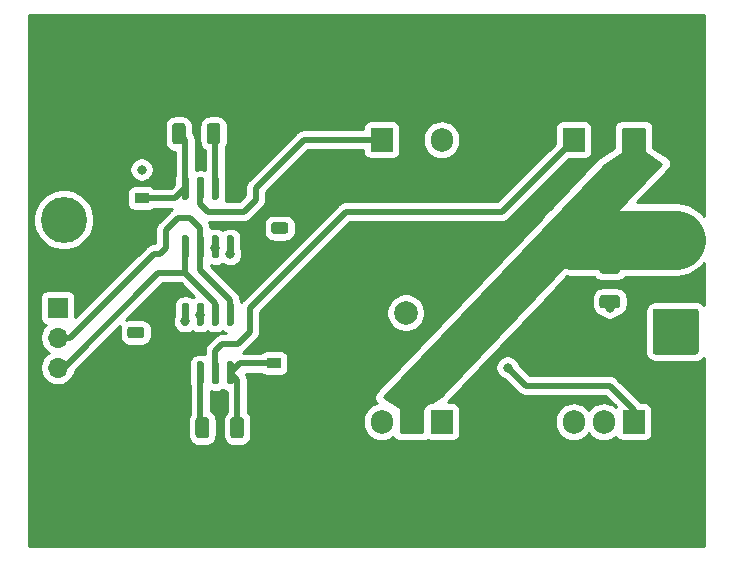
<source format=gbr>
%TF.GenerationSoftware,KiCad,Pcbnew,(5.1.7)-1*%
%TF.CreationDate,2020-11-11T23:56:32-08:00*%
%TF.ProjectId,H-Bridge,482d4272-6964-4676-952e-6b696361645f,rev?*%
%TF.SameCoordinates,PXac78580PY6fe96a0*%
%TF.FileFunction,Copper,L1,Top*%
%TF.FilePolarity,Positive*%
%FSLAX46Y46*%
G04 Gerber Fmt 4.6, Leading zero omitted, Abs format (unit mm)*
G04 Created by KiCad (PCBNEW (5.1.7)-1) date 2020-11-11 23:56:32*
%MOMM*%
%LPD*%
G01*
G04 APERTURE LIST*
%TA.AperFunction,ComponentPad*%
%ADD10O,1.700000X1.700000*%
%TD*%
%TA.AperFunction,ComponentPad*%
%ADD11R,1.700000X1.700000*%
%TD*%
%TA.AperFunction,SMDPad,CuDef*%
%ADD12R,1.200000X0.900000*%
%TD*%
%TA.AperFunction,ComponentPad*%
%ADD13O,1.905000X2.000000*%
%TD*%
%TA.AperFunction,ComponentPad*%
%ADD14R,1.905000X2.000000*%
%TD*%
%TA.AperFunction,ComponentPad*%
%ADD15C,3.900000*%
%TD*%
%TA.AperFunction,SMDPad,CuDef*%
%ADD16R,0.450000X0.600000*%
%TD*%
%TA.AperFunction,ComponentPad*%
%ADD17C,2.000000*%
%TD*%
%TA.AperFunction,ComponentPad*%
%ADD18R,2.000000X2.000000*%
%TD*%
%TA.AperFunction,ViaPad*%
%ADD19C,0.800000*%
%TD*%
%TA.AperFunction,Conductor*%
%ADD20C,0.500000*%
%TD*%
%TA.AperFunction,Conductor*%
%ADD21C,5.000000*%
%TD*%
%TA.AperFunction,Conductor*%
%ADD22C,0.254000*%
%TD*%
%TA.AperFunction,Conductor*%
%ADD23C,0.100000*%
%TD*%
G04 APERTURE END LIST*
D10*
%TO.P,J1,4*%
%TO.N,+12V*%
X2540000Y12700000D03*
%TO.P,J1,3*%
%TO.N,SIG_A*%
X2540000Y15240000D03*
%TO.P,J1,2*%
%TO.N,SIG_B*%
X2540000Y17780000D03*
D11*
%TO.P,J1,1*%
%TO.N,GND*%
X2540000Y20320000D03*
%TD*%
D12*
%TO.P,D2,2*%
%TO.N,+12V*%
X20828000Y18922000D03*
%TO.P,D2,1*%
%TO.N,Net-(C3-Pad1)*%
X20828000Y15622000D03*
%TD*%
%TO.P,D1,2*%
%TO.N,+12V*%
X9652000Y26290000D03*
%TO.P,D1,1*%
%TO.N,Net-(C2-Pad1)*%
X9652000Y29590000D03*
%TD*%
%TO.P,U2,8*%
%TO.N,Net-(C3-Pad1)*%
%TA.AperFunction,SMDPad,CuDef*%
G36*
G01*
X16995000Y15772000D02*
X17295000Y15772000D01*
G75*
G02*
X17445000Y15622000I0J-150000D01*
G01*
X17445000Y13972000D01*
G75*
G02*
X17295000Y13822000I-150000J0D01*
G01*
X16995000Y13822000D01*
G75*
G02*
X16845000Y13972000I0J150000D01*
G01*
X16845000Y15622000D01*
G75*
G02*
X16995000Y15772000I150000J0D01*
G01*
G37*
%TD.AperFunction*%
%TO.P,U2,7*%
%TO.N,Net-(Q3-Pad1)*%
%TA.AperFunction,SMDPad,CuDef*%
G36*
G01*
X15725000Y15772000D02*
X16025000Y15772000D01*
G75*
G02*
X16175000Y15622000I0J-150000D01*
G01*
X16175000Y13972000D01*
G75*
G02*
X16025000Y13822000I-150000J0D01*
G01*
X15725000Y13822000D01*
G75*
G02*
X15575000Y13972000I0J150000D01*
G01*
X15575000Y15622000D01*
G75*
G02*
X15725000Y15772000I150000J0D01*
G01*
G37*
%TD.AperFunction*%
%TO.P,U2,6*%
%TO.N,OUT_B*%
%TA.AperFunction,SMDPad,CuDef*%
G36*
G01*
X14455000Y15772000D02*
X14755000Y15772000D01*
G75*
G02*
X14905000Y15622000I0J-150000D01*
G01*
X14905000Y13972000D01*
G75*
G02*
X14755000Y13822000I-150000J0D01*
G01*
X14455000Y13822000D01*
G75*
G02*
X14305000Y13972000I0J150000D01*
G01*
X14305000Y15622000D01*
G75*
G02*
X14455000Y15772000I150000J0D01*
G01*
G37*
%TD.AperFunction*%
%TO.P,U2,5*%
%TO.N,+12V*%
%TA.AperFunction,SMDPad,CuDef*%
G36*
G01*
X13185000Y15772000D02*
X13485000Y15772000D01*
G75*
G02*
X13635000Y15622000I0J-150000D01*
G01*
X13635000Y13972000D01*
G75*
G02*
X13485000Y13822000I-150000J0D01*
G01*
X13185000Y13822000D01*
G75*
G02*
X13035000Y13972000I0J150000D01*
G01*
X13035000Y15622000D01*
G75*
G02*
X13185000Y15772000I150000J0D01*
G01*
G37*
%TD.AperFunction*%
%TO.P,U2,4*%
%TO.N,Net-(Q4-Pad1)*%
%TA.AperFunction,SMDPad,CuDef*%
G36*
G01*
X13185000Y20722000D02*
X13485000Y20722000D01*
G75*
G02*
X13635000Y20572000I0J-150000D01*
G01*
X13635000Y18922000D01*
G75*
G02*
X13485000Y18772000I-150000J0D01*
G01*
X13185000Y18772000D01*
G75*
G02*
X13035000Y18922000I0J150000D01*
G01*
X13035000Y20572000D01*
G75*
G02*
X13185000Y20722000I150000J0D01*
G01*
G37*
%TD.AperFunction*%
%TO.P,U2,3*%
%TO.N,GND*%
%TA.AperFunction,SMDPad,CuDef*%
G36*
G01*
X14455000Y20722000D02*
X14755000Y20722000D01*
G75*
G02*
X14905000Y20572000I0J-150000D01*
G01*
X14905000Y18922000D01*
G75*
G02*
X14755000Y18772000I-150000J0D01*
G01*
X14455000Y18772000D01*
G75*
G02*
X14305000Y18922000I0J150000D01*
G01*
X14305000Y20572000D01*
G75*
G02*
X14455000Y20722000I150000J0D01*
G01*
G37*
%TD.AperFunction*%
%TO.P,U2,2*%
%TO.N,SIG_A*%
%TA.AperFunction,SMDPad,CuDef*%
G36*
G01*
X15725000Y20722000D02*
X16025000Y20722000D01*
G75*
G02*
X16175000Y20572000I0J-150000D01*
G01*
X16175000Y18922000D01*
G75*
G02*
X16025000Y18772000I-150000J0D01*
G01*
X15725000Y18772000D01*
G75*
G02*
X15575000Y18922000I0J150000D01*
G01*
X15575000Y20572000D01*
G75*
G02*
X15725000Y20722000I150000J0D01*
G01*
G37*
%TD.AperFunction*%
%TO.P,U2,1*%
%TO.N,SIG_B*%
%TA.AperFunction,SMDPad,CuDef*%
G36*
G01*
X16995000Y20722000D02*
X17295000Y20722000D01*
G75*
G02*
X17445000Y20572000I0J-150000D01*
G01*
X17445000Y18922000D01*
G75*
G02*
X17295000Y18772000I-150000J0D01*
G01*
X16995000Y18772000D01*
G75*
G02*
X16845000Y18922000I0J150000D01*
G01*
X16845000Y20572000D01*
G75*
G02*
X16995000Y20722000I150000J0D01*
G01*
G37*
%TD.AperFunction*%
%TD*%
%TO.P,U1,8*%
%TO.N,Net-(C2-Pad1)*%
%TA.AperFunction,SMDPad,CuDef*%
G36*
G01*
X13485000Y29440000D02*
X13185000Y29440000D01*
G75*
G02*
X13035000Y29590000I0J150000D01*
G01*
X13035000Y31240000D01*
G75*
G02*
X13185000Y31390000I150000J0D01*
G01*
X13485000Y31390000D01*
G75*
G02*
X13635000Y31240000I0J-150000D01*
G01*
X13635000Y29590000D01*
G75*
G02*
X13485000Y29440000I-150000J0D01*
G01*
G37*
%TD.AperFunction*%
%TO.P,U1,7*%
%TO.N,Net-(Q1-Pad1)*%
%TA.AperFunction,SMDPad,CuDef*%
G36*
G01*
X14755000Y29440000D02*
X14455000Y29440000D01*
G75*
G02*
X14305000Y29590000I0J150000D01*
G01*
X14305000Y31240000D01*
G75*
G02*
X14455000Y31390000I150000J0D01*
G01*
X14755000Y31390000D01*
G75*
G02*
X14905000Y31240000I0J-150000D01*
G01*
X14905000Y29590000D01*
G75*
G02*
X14755000Y29440000I-150000J0D01*
G01*
G37*
%TD.AperFunction*%
%TO.P,U1,6*%
%TO.N,OUT_A*%
%TA.AperFunction,SMDPad,CuDef*%
G36*
G01*
X16025000Y29440000D02*
X15725000Y29440000D01*
G75*
G02*
X15575000Y29590000I0J150000D01*
G01*
X15575000Y31240000D01*
G75*
G02*
X15725000Y31390000I150000J0D01*
G01*
X16025000Y31390000D01*
G75*
G02*
X16175000Y31240000I0J-150000D01*
G01*
X16175000Y29590000D01*
G75*
G02*
X16025000Y29440000I-150000J0D01*
G01*
G37*
%TD.AperFunction*%
%TO.P,U1,5*%
%TO.N,+12V*%
%TA.AperFunction,SMDPad,CuDef*%
G36*
G01*
X17295000Y29440000D02*
X16995000Y29440000D01*
G75*
G02*
X16845000Y29590000I0J150000D01*
G01*
X16845000Y31240000D01*
G75*
G02*
X16995000Y31390000I150000J0D01*
G01*
X17295000Y31390000D01*
G75*
G02*
X17445000Y31240000I0J-150000D01*
G01*
X17445000Y29590000D01*
G75*
G02*
X17295000Y29440000I-150000J0D01*
G01*
G37*
%TD.AperFunction*%
%TO.P,U1,4*%
%TO.N,Net-(Q2-Pad1)*%
%TA.AperFunction,SMDPad,CuDef*%
G36*
G01*
X17295000Y24490000D02*
X16995000Y24490000D01*
G75*
G02*
X16845000Y24640000I0J150000D01*
G01*
X16845000Y26290000D01*
G75*
G02*
X16995000Y26440000I150000J0D01*
G01*
X17295000Y26440000D01*
G75*
G02*
X17445000Y26290000I0J-150000D01*
G01*
X17445000Y24640000D01*
G75*
G02*
X17295000Y24490000I-150000J0D01*
G01*
G37*
%TD.AperFunction*%
%TO.P,U1,3*%
%TO.N,GND*%
%TA.AperFunction,SMDPad,CuDef*%
G36*
G01*
X16025000Y24490000D02*
X15725000Y24490000D01*
G75*
G02*
X15575000Y24640000I0J150000D01*
G01*
X15575000Y26290000D01*
G75*
G02*
X15725000Y26440000I150000J0D01*
G01*
X16025000Y26440000D01*
G75*
G02*
X16175000Y26290000I0J-150000D01*
G01*
X16175000Y24640000D01*
G75*
G02*
X16025000Y24490000I-150000J0D01*
G01*
G37*
%TD.AperFunction*%
%TO.P,U1,2*%
%TO.N,SIG_B*%
%TA.AperFunction,SMDPad,CuDef*%
G36*
G01*
X14755000Y24490000D02*
X14455000Y24490000D01*
G75*
G02*
X14305000Y24640000I0J150000D01*
G01*
X14305000Y26290000D01*
G75*
G02*
X14455000Y26440000I150000J0D01*
G01*
X14755000Y26440000D01*
G75*
G02*
X14905000Y26290000I0J-150000D01*
G01*
X14905000Y24640000D01*
G75*
G02*
X14755000Y24490000I-150000J0D01*
G01*
G37*
%TD.AperFunction*%
%TO.P,U1,1*%
%TO.N,SIG_A*%
%TA.AperFunction,SMDPad,CuDef*%
G36*
G01*
X13485000Y24490000D02*
X13185000Y24490000D01*
G75*
G02*
X13035000Y24640000I0J150000D01*
G01*
X13035000Y26290000D01*
G75*
G02*
X13185000Y26440000I150000J0D01*
G01*
X13485000Y26440000D01*
G75*
G02*
X13635000Y26290000I0J-150000D01*
G01*
X13635000Y24640000D01*
G75*
G02*
X13485000Y24490000I-150000J0D01*
G01*
G37*
%TD.AperFunction*%
%TD*%
%TO.P,R1,2*%
%TO.N,OUT_A*%
%TA.AperFunction,SMDPad,CuDef*%
G36*
G01*
X48650997Y21390500D02*
X49901003Y21390500D01*
G75*
G02*
X50151000Y21140503I0J-249997D01*
G01*
X50151000Y20515497D01*
G75*
G02*
X49901003Y20265500I-249997J0D01*
G01*
X48650997Y20265500D01*
G75*
G02*
X48401000Y20515497I0J249997D01*
G01*
X48401000Y21140503D01*
G75*
G02*
X48650997Y21390500I249997J0D01*
G01*
G37*
%TD.AperFunction*%
%TO.P,R1,1*%
%TO.N,OUT_B*%
%TA.AperFunction,SMDPad,CuDef*%
G36*
G01*
X48650997Y24315500D02*
X49901003Y24315500D01*
G75*
G02*
X50151000Y24065503I0J-249997D01*
G01*
X50151000Y23440497D01*
G75*
G02*
X49901003Y23190500I-249997J0D01*
G01*
X48650997Y23190500D01*
G75*
G02*
X48401000Y23440497I0J249997D01*
G01*
X48401000Y24065503D01*
G75*
G02*
X48650997Y24315500I249997J0D01*
G01*
G37*
%TD.AperFunction*%
%TD*%
D13*
%TO.P,Q4,3*%
%TO.N,GND*%
X29972000Y10668000D03*
%TO.P,Q4,2*%
%TO.N,OUT_B*%
X32512000Y10668000D03*
D14*
%TO.P,Q4,1*%
%TO.N,Net-(Q4-Pad1)*%
X35052000Y10668000D03*
%TD*%
D13*
%TO.P,Q3,3*%
%TO.N,OUT_B*%
X51308000Y34544000D03*
%TO.P,Q3,2*%
%TO.N,+12V*%
X48768000Y34544000D03*
D14*
%TO.P,Q3,1*%
%TO.N,Net-(Q3-Pad1)*%
X46228000Y34544000D03*
%TD*%
D13*
%TO.P,Q2,3*%
%TO.N,GND*%
X46228000Y10668000D03*
%TO.P,Q2,2*%
%TO.N,OUT_A*%
X48768000Y10668000D03*
D14*
%TO.P,Q2,1*%
%TO.N,Net-(Q2-Pad1)*%
X51308000Y10668000D03*
%TD*%
D13*
%TO.P,Q1,3*%
%TO.N,OUT_A*%
X35052000Y34544000D03*
%TO.P,Q1,2*%
%TO.N,+12V*%
X32512000Y34544000D03*
D14*
%TO.P,Q1,1*%
%TO.N,Net-(Q1-Pad1)*%
X29972000Y34544000D03*
%TD*%
D15*
%TO.P,J3,2*%
%TO.N,OUT_B*%
X54864000Y26088000D03*
%TO.P,J3,1*%
%TO.N,OUT_A*%
%TA.AperFunction,ComponentPad*%
G36*
G01*
X56563999Y16338000D02*
X53164001Y16338000D01*
G75*
G02*
X52914000Y16588001I0J250001D01*
G01*
X52914000Y19987999D01*
G75*
G02*
X53164001Y20238000I250001J0D01*
G01*
X56563999Y20238000D01*
G75*
G02*
X56814000Y19987999I0J-250001D01*
G01*
X56814000Y16588001D01*
G75*
G02*
X56563999Y16338000I-250001J0D01*
G01*
G37*
%TD.AperFunction*%
%TD*%
%TO.P,J2,2*%
%TO.N,GND*%
X3048000Y27760000D03*
%TO.P,J2,1*%
%TO.N,+12V*%
%TA.AperFunction,ComponentPad*%
G36*
G01*
X1348001Y37510000D02*
X4747999Y37510000D01*
G75*
G02*
X4998000Y37259999I0J-250001D01*
G01*
X4998000Y33860001D01*
G75*
G02*
X4747999Y33610000I-250001J0D01*
G01*
X1348001Y33610000D01*
G75*
G02*
X1098000Y33860001I0J250001D01*
G01*
X1098000Y37259999D01*
G75*
G02*
X1348001Y37510000I250001J0D01*
G01*
G37*
%TD.AperFunction*%
%TD*%
D16*
%TO.P,D3,2*%
%TO.N,GND*%
X9652000Y31970000D03*
%TO.P,D3,1*%
%TO.N,+12V*%
X9652000Y34070000D03*
%TD*%
%TO.P,C5,2*%
%TO.N,GND*%
%TA.AperFunction,SMDPad,CuDef*%
G36*
G01*
X9619000Y17722000D02*
X8669000Y17722000D01*
G75*
G02*
X8419000Y17972000I0J250000D01*
G01*
X8419000Y18472000D01*
G75*
G02*
X8669000Y18722000I250000J0D01*
G01*
X9619000Y18722000D01*
G75*
G02*
X9869000Y18472000I0J-250000D01*
G01*
X9869000Y17972000D01*
G75*
G02*
X9619000Y17722000I-250000J0D01*
G01*
G37*
%TD.AperFunction*%
%TO.P,C5,1*%
%TO.N,+12V*%
%TA.AperFunction,SMDPad,CuDef*%
G36*
G01*
X9619000Y15822000D02*
X8669000Y15822000D01*
G75*
G02*
X8419000Y16072000I0J250000D01*
G01*
X8419000Y16572000D01*
G75*
G02*
X8669000Y16822000I250000J0D01*
G01*
X9619000Y16822000D01*
G75*
G02*
X9869000Y16572000I0J-250000D01*
G01*
X9869000Y16072000D01*
G75*
G02*
X9619000Y15822000I-250000J0D01*
G01*
G37*
%TD.AperFunction*%
%TD*%
%TO.P,C4,2*%
%TO.N,GND*%
%TA.AperFunction,SMDPad,CuDef*%
G36*
G01*
X20861000Y27556000D02*
X21811000Y27556000D01*
G75*
G02*
X22061000Y27306000I0J-250000D01*
G01*
X22061000Y26806000D01*
G75*
G02*
X21811000Y26556000I-250000J0D01*
G01*
X20861000Y26556000D01*
G75*
G02*
X20611000Y26806000I0J250000D01*
G01*
X20611000Y27306000D01*
G75*
G02*
X20861000Y27556000I250000J0D01*
G01*
G37*
%TD.AperFunction*%
%TO.P,C4,1*%
%TO.N,+12V*%
%TA.AperFunction,SMDPad,CuDef*%
G36*
G01*
X20861000Y29456000D02*
X21811000Y29456000D01*
G75*
G02*
X22061000Y29206000I0J-250000D01*
G01*
X22061000Y28706000D01*
G75*
G02*
X21811000Y28456000I-250000J0D01*
G01*
X20861000Y28456000D01*
G75*
G02*
X20611000Y28706000I0J250000D01*
G01*
X20611000Y29206000D01*
G75*
G02*
X20861000Y29456000I250000J0D01*
G01*
G37*
%TD.AperFunction*%
%TD*%
%TO.P,C3,1*%
%TO.N,Net-(C3-Pad1)*%
%TA.AperFunction,SMDPad,CuDef*%
G36*
G01*
X18306000Y10810001D02*
X18306000Y9509999D01*
G75*
G02*
X18056001Y9260000I-249999J0D01*
G01*
X17405999Y9260000D01*
G75*
G02*
X17156000Y9509999I0J249999D01*
G01*
X17156000Y10810001D01*
G75*
G02*
X17405999Y11060000I249999J0D01*
G01*
X18056001Y11060000D01*
G75*
G02*
X18306000Y10810001I0J-249999D01*
G01*
G37*
%TD.AperFunction*%
%TO.P,C3,2*%
%TO.N,OUT_B*%
%TA.AperFunction,SMDPad,CuDef*%
G36*
G01*
X15356000Y10810001D02*
X15356000Y9509999D01*
G75*
G02*
X15106001Y9260000I-249999J0D01*
G01*
X14455999Y9260000D01*
G75*
G02*
X14206000Y9509999I0J249999D01*
G01*
X14206000Y10810001D01*
G75*
G02*
X14455999Y11060000I249999J0D01*
G01*
X15106001Y11060000D01*
G75*
G02*
X15356000Y10810001I0J-249999D01*
G01*
G37*
%TD.AperFunction*%
%TD*%
%TO.P,C2,2*%
%TO.N,OUT_A*%
%TA.AperFunction,SMDPad,CuDef*%
G36*
G01*
X15173000Y34401999D02*
X15173000Y35702001D01*
G75*
G02*
X15422999Y35952000I249999J0D01*
G01*
X16073001Y35952000D01*
G75*
G02*
X16323000Y35702001I0J-249999D01*
G01*
X16323000Y34401999D01*
G75*
G02*
X16073001Y34152000I-249999J0D01*
G01*
X15422999Y34152000D01*
G75*
G02*
X15173000Y34401999I0J249999D01*
G01*
G37*
%TD.AperFunction*%
%TO.P,C2,1*%
%TO.N,Net-(C2-Pad1)*%
%TA.AperFunction,SMDPad,CuDef*%
G36*
G01*
X12223000Y34401999D02*
X12223000Y35702001D01*
G75*
G02*
X12472999Y35952000I249999J0D01*
G01*
X13123001Y35952000D01*
G75*
G02*
X13373000Y35702001I0J-249999D01*
G01*
X13373000Y34401999D01*
G75*
G02*
X13123001Y34152000I-249999J0D01*
G01*
X12472999Y34152000D01*
G75*
G02*
X12223000Y34401999I0J249999D01*
G01*
G37*
%TD.AperFunction*%
%TD*%
D17*
%TO.P,C1,2*%
%TO.N,GND*%
X32004000Y19892000D03*
D18*
%TO.P,C1,1*%
%TO.N,+12V*%
X32004000Y24892000D03*
%TD*%
D19*
%TO.N,GND*%
X9144000Y18161000D03*
X21336000Y27051000D03*
X15875000Y25400000D03*
X14605000Y19685000D03*
X9652000Y32004000D03*
%TO.N,OUT_A*%
X15748000Y35052000D03*
X49276000Y20320000D03*
%TO.N,OUT_B*%
X14781000Y10160000D03*
%TO.N,Net-(Q2-Pad1)*%
X17145000Y24892000D03*
X40640000Y15240000D03*
%TO.N,Net-(Q4-Pad1)*%
X13335000Y19177000D03*
%TD*%
D20*
%TO.N,OUT_A*%
X15748000Y35052000D02*
X15748000Y35052000D01*
X15875000Y34925000D02*
X15748000Y35052000D01*
X15875000Y30415000D02*
X15875000Y34925000D01*
%TO.N,Net-(C2-Pad1)*%
X13335000Y34515000D02*
X12798000Y35052000D01*
X13335000Y30415000D02*
X13335000Y34515000D01*
X9652000Y29590000D02*
X9652000Y29591000D01*
X12511000Y29591000D02*
X13335000Y30415000D01*
X9652000Y29591000D02*
X12511000Y29591000D01*
%TO.N,OUT_B*%
X14781000Y10160000D02*
X14781000Y10160000D01*
D21*
X54864000Y26088000D02*
X46048000Y26088000D01*
D20*
X14605000Y10336000D02*
X14781000Y10160000D01*
X14605000Y14797000D02*
X14605000Y10336000D01*
%TO.N,Net-(C3-Pad1)*%
X17731000Y14211000D02*
X17145000Y14797000D01*
X17731000Y10160000D02*
X17731000Y14211000D01*
X17970000Y15622000D02*
X17145000Y14797000D01*
X20828000Y15622000D02*
X17970000Y15622000D01*
%TO.N,SIG_A*%
X13335000Y23262000D02*
X13335000Y25465000D01*
X15875000Y20722000D02*
X13335000Y23262000D01*
X15875000Y19747000D02*
X15875000Y20722000D01*
X3048000Y15240000D02*
X2540000Y15240000D01*
X11070000Y23262000D02*
X3048000Y15240000D01*
X13335000Y23262000D02*
X11070000Y23262000D01*
%TO.N,SIG_B*%
X17145000Y19747000D02*
X17145000Y20955000D01*
X14605000Y23495000D02*
X14605000Y25465000D01*
X17145000Y20955000D02*
X14605000Y23495000D01*
X10668000Y24892000D02*
X3556000Y17780000D01*
X11684000Y26924000D02*
X11684000Y25400000D01*
X11176000Y24892000D02*
X10668000Y24892000D01*
X12700000Y27940000D02*
X11684000Y26924000D01*
X3556000Y17780000D02*
X2540000Y17780000D01*
X13716000Y27940000D02*
X12700000Y27940000D01*
X11684000Y25400000D02*
X11176000Y24892000D01*
X14605000Y27051000D02*
X13716000Y27940000D01*
X14605000Y25465000D02*
X14605000Y27051000D01*
%TO.N,Net-(Q1-Pad1)*%
X14605000Y30415000D02*
X14605000Y29083000D01*
X14605000Y29083000D02*
X15240000Y28448000D01*
X15240000Y28448000D02*
X18288000Y28448000D01*
X18288000Y28448000D02*
X19304000Y29464000D01*
X19304000Y29464000D02*
X19304000Y30480000D01*
X23368000Y34544000D02*
X29972000Y34544000D01*
X19304000Y30480000D02*
X23368000Y34544000D01*
%TO.N,Net-(Q2-Pad1)*%
X51308000Y10668000D02*
X51308000Y11684000D01*
X51308000Y11684000D02*
X49276000Y13716000D01*
X42164000Y13716000D02*
X40640000Y15240000D01*
X49276000Y13716000D02*
X42164000Y13716000D01*
%TO.N,Net-(Q3-Pad1)*%
X15875000Y16653456D02*
X16493544Y17272000D01*
X15875000Y14797000D02*
X15875000Y16653456D01*
X16493544Y17272000D02*
X17780000Y17272000D01*
X17780000Y17272000D02*
X18796000Y18288000D01*
X18796000Y18288000D02*
X18796000Y20320000D01*
X18796000Y20320000D02*
X26924000Y28448000D01*
X40132000Y28448000D02*
X46228000Y34544000D01*
X26924000Y28448000D02*
X40132000Y28448000D01*
%TD*%
D22*
%TO.N,OUT_B*%
X52197000Y33528000D02*
X52199440Y33503224D01*
X52206667Y33479399D01*
X52218403Y33457443D01*
X52234197Y33438197D01*
X52253553Y33422330D01*
X53652060Y32489992D01*
X34969683Y12797757D01*
X34232156Y12306072D01*
X34099500Y12306072D01*
X33975018Y12293812D01*
X33855320Y12257502D01*
X33745006Y12198537D01*
X33648315Y12119185D01*
X33568963Y12022494D01*
X33509998Y11912180D01*
X33476709Y11802441D01*
X33457553Y11789670D01*
X33438291Y11773896D01*
X33422477Y11754668D01*
X33410718Y11732724D01*
X33403466Y11708907D01*
X33401000Y11684000D01*
X33401000Y9779000D01*
X31623000Y9779000D01*
X31623000Y11684000D01*
X31620560Y11708776D01*
X31613333Y11732601D01*
X31601597Y11754557D01*
X31585803Y11773803D01*
X31566447Y11789670D01*
X30167940Y12722008D01*
X48850317Y32414243D01*
X50362447Y33422330D01*
X50381709Y33438104D01*
X50397523Y33457332D01*
X50409282Y33479276D01*
X50416534Y33503093D01*
X50419000Y33528000D01*
X50419000Y35433000D01*
X52197000Y35433000D01*
X52197000Y33528000D01*
%TA.AperFunction,Conductor*%
D23*
G36*
X52197000Y33528000D02*
G01*
X52199440Y33503224D01*
X52206667Y33479399D01*
X52218403Y33457443D01*
X52234197Y33438197D01*
X52253553Y33422330D01*
X53652060Y32489992D01*
X34969683Y12797757D01*
X34232156Y12306072D01*
X34099500Y12306072D01*
X33975018Y12293812D01*
X33855320Y12257502D01*
X33745006Y12198537D01*
X33648315Y12119185D01*
X33568963Y12022494D01*
X33509998Y11912180D01*
X33476709Y11802441D01*
X33457553Y11789670D01*
X33438291Y11773896D01*
X33422477Y11754668D01*
X33410718Y11732724D01*
X33403466Y11708907D01*
X33401000Y11684000D01*
X33401000Y9779000D01*
X31623000Y9779000D01*
X31623000Y11684000D01*
X31620560Y11708776D01*
X31613333Y11732601D01*
X31601597Y11754557D01*
X31585803Y11773803D01*
X31566447Y11789670D01*
X30167940Y12722008D01*
X48850317Y32414243D01*
X50362447Y33422330D01*
X50381709Y33438104D01*
X50397523Y33457332D01*
X50409282Y33479276D01*
X50416534Y33503093D01*
X50419000Y33528000D01*
X50419000Y35433000D01*
X52197000Y35433000D01*
X52197000Y33528000D01*
G37*
%TD.AperFunction*%
%TD*%
D22*
%TO.N,+12V*%
X57277000Y28089479D02*
X57091505Y28315505D01*
X56614140Y28707269D01*
X56069517Y28998376D01*
X55478567Y29177638D01*
X55018002Y29223000D01*
X51602968Y29223000D01*
X54308669Y32074955D01*
X54376352Y32159765D01*
X54434917Y32269610D01*
X54470928Y32388769D01*
X54483000Y32512664D01*
X54470669Y32636534D01*
X54434409Y32755618D01*
X54375614Y32865339D01*
X54296543Y32961482D01*
X54200235Y33040352D01*
X52959000Y33867842D01*
X52959000Y35560000D01*
X52946799Y35683882D01*
X52910664Y35803004D01*
X52851983Y35912787D01*
X52773013Y36009013D01*
X52676787Y36087983D01*
X52567004Y36146664D01*
X52447882Y36182799D01*
X52324000Y36195000D01*
X50292000Y36195000D01*
X50168118Y36182799D01*
X50048996Y36146664D01*
X49939213Y36087983D01*
X49842987Y36009013D01*
X49764017Y35912787D01*
X49705336Y35803004D01*
X49669201Y35683882D01*
X49657000Y35560000D01*
X49657000Y33867842D01*
X48415765Y33040352D01*
X48307331Y32949045D01*
X44231114Y28652492D01*
X43820495Y28315505D01*
X43428731Y27838140D01*
X43390285Y27766213D01*
X29511331Y13137045D01*
X29443648Y13052235D01*
X29385083Y12942390D01*
X29349072Y12823231D01*
X29337000Y12699336D01*
X29349331Y12575466D01*
X29385591Y12456382D01*
X29444386Y12346661D01*
X29523457Y12250518D01*
X29534283Y12241652D01*
X29361552Y12189255D01*
X29085766Y12041845D01*
X28844037Y11843463D01*
X28645655Y11601735D01*
X28498245Y11325949D01*
X28407470Y11026704D01*
X28384500Y10793486D01*
X28384500Y10542515D01*
X28407470Y10309297D01*
X28498245Y10010052D01*
X28645655Y9734266D01*
X28844037Y9492537D01*
X29085765Y9294155D01*
X29361551Y9146745D01*
X29660796Y9055970D01*
X29972000Y9025319D01*
X30283203Y9055970D01*
X30582448Y9146745D01*
X30858234Y9294155D01*
X30936422Y9358322D01*
X30968017Y9299213D01*
X31046987Y9202987D01*
X31143213Y9124017D01*
X31252996Y9065336D01*
X31372118Y9029201D01*
X31496000Y9017000D01*
X33528000Y9017000D01*
X33651882Y9029201D01*
X33771004Y9065336D01*
X33825474Y9094451D01*
X33855320Y9078498D01*
X33975018Y9042188D01*
X34099500Y9029928D01*
X36004500Y9029928D01*
X36128982Y9042188D01*
X36248680Y9078498D01*
X36358994Y9137463D01*
X36455685Y9216815D01*
X36535037Y9313506D01*
X36594002Y9423820D01*
X36630312Y9543518D01*
X36642572Y9668000D01*
X36642572Y11668000D01*
X36630312Y11792482D01*
X36594002Y11912180D01*
X36535037Y12022494D01*
X36455685Y12119185D01*
X36358994Y12198537D01*
X36248680Y12257502D01*
X36128982Y12293812D01*
X36004500Y12306072D01*
X35553575Y12306072D01*
X38433756Y15341939D01*
X39605000Y15341939D01*
X39605000Y15138061D01*
X39644774Y14938102D01*
X39722795Y14749744D01*
X39836063Y14580226D01*
X39980226Y14436063D01*
X40149744Y14322795D01*
X40338102Y14244774D01*
X40394957Y14233465D01*
X41507470Y13120951D01*
X41535183Y13087183D01*
X41568951Y13059470D01*
X41568953Y13059468D01*
X41640452Y13000790D01*
X41669941Y12976589D01*
X41823687Y12894411D01*
X41990510Y12843805D01*
X42120523Y12831000D01*
X42120533Y12831000D01*
X42163999Y12826719D01*
X42207465Y12831000D01*
X48909422Y12831000D01*
X49787679Y11952742D01*
X49780095Y11938554D01*
X49654235Y12041845D01*
X49378449Y12189255D01*
X49079204Y12280030D01*
X48768000Y12310681D01*
X48456797Y12280030D01*
X48157552Y12189255D01*
X47881766Y12041845D01*
X47640037Y11843463D01*
X47498000Y11670391D01*
X47355963Y11843463D01*
X47114235Y12041845D01*
X46838449Y12189255D01*
X46539204Y12280030D01*
X46228000Y12310681D01*
X45916797Y12280030D01*
X45617552Y12189255D01*
X45341766Y12041845D01*
X45100037Y11843463D01*
X44901655Y11601735D01*
X44754245Y11325949D01*
X44663470Y11026704D01*
X44640500Y10793486D01*
X44640500Y10542515D01*
X44663470Y10309297D01*
X44754245Y10010052D01*
X44901655Y9734266D01*
X45100037Y9492537D01*
X45341765Y9294155D01*
X45617551Y9146745D01*
X45916796Y9055970D01*
X46228000Y9025319D01*
X46539203Y9055970D01*
X46838448Y9146745D01*
X47114234Y9294155D01*
X47355963Y9492537D01*
X47498000Y9665609D01*
X47640037Y9492537D01*
X47881765Y9294155D01*
X48157551Y9146745D01*
X48456796Y9055970D01*
X48768000Y9025319D01*
X49079203Y9055970D01*
X49378448Y9146745D01*
X49654234Y9294155D01*
X49780095Y9397447D01*
X49824963Y9313506D01*
X49904315Y9216815D01*
X50001006Y9137463D01*
X50111320Y9078498D01*
X50231018Y9042188D01*
X50355500Y9029928D01*
X52260500Y9029928D01*
X52384982Y9042188D01*
X52504680Y9078498D01*
X52614994Y9137463D01*
X52711685Y9216815D01*
X52791037Y9313506D01*
X52850002Y9423820D01*
X52886312Y9543518D01*
X52898572Y9668000D01*
X52898572Y11668000D01*
X52886312Y11792482D01*
X52850002Y11912180D01*
X52791037Y12022494D01*
X52711685Y12119185D01*
X52614994Y12198537D01*
X52504680Y12257502D01*
X52384982Y12293812D01*
X52260500Y12306072D01*
X51942353Y12306072D01*
X51936817Y12312817D01*
X51903049Y12340530D01*
X49932534Y14311044D01*
X49904817Y14344817D01*
X49770059Y14455411D01*
X49616313Y14537589D01*
X49449490Y14588195D01*
X49319477Y14601000D01*
X49319469Y14601000D01*
X49276000Y14605281D01*
X49232531Y14601000D01*
X42530579Y14601000D01*
X41646535Y15485043D01*
X41635226Y15541898D01*
X41557205Y15730256D01*
X41443937Y15899774D01*
X41299774Y16043937D01*
X41130256Y16157205D01*
X40941898Y16235226D01*
X40741939Y16275000D01*
X40538061Y16275000D01*
X40338102Y16235226D01*
X40149744Y16157205D01*
X39980226Y16043937D01*
X39836063Y15899774D01*
X39722795Y15730256D01*
X39644774Y15541898D01*
X39605000Y15341939D01*
X38433756Y15341939D01*
X43934958Y21140503D01*
X47762928Y21140503D01*
X47762928Y20515497D01*
X47779992Y20342243D01*
X47830528Y20175648D01*
X47912595Y20022112D01*
X48023037Y19887537D01*
X48157612Y19777095D01*
X48311148Y19695028D01*
X48477743Y19644492D01*
X48488895Y19643394D01*
X48616226Y19516063D01*
X48785744Y19402795D01*
X48974102Y19324774D01*
X49174061Y19285000D01*
X49377939Y19285000D01*
X49577898Y19324774D01*
X49766256Y19402795D01*
X49935774Y19516063D01*
X50063105Y19643394D01*
X50074257Y19644492D01*
X50240852Y19695028D01*
X50394388Y19777095D01*
X50528963Y19887537D01*
X50639405Y20022112D01*
X50721472Y20175648D01*
X50772008Y20342243D01*
X50789072Y20515497D01*
X50789072Y21140503D01*
X50772008Y21313757D01*
X50721472Y21480352D01*
X50639405Y21633888D01*
X50528963Y21768463D01*
X50394388Y21878905D01*
X50240852Y21960972D01*
X50074257Y22011508D01*
X49901003Y22028572D01*
X48650997Y22028572D01*
X48477743Y22011508D01*
X48311148Y21960972D01*
X48157612Y21878905D01*
X48023037Y21768463D01*
X47912595Y21633888D01*
X47830528Y21480352D01*
X47779992Y21313757D01*
X47762928Y21140503D01*
X43934958Y21140503D01*
X45674973Y22974572D01*
X45893998Y22953000D01*
X47909448Y22953000D01*
X47912595Y22947112D01*
X48023037Y22812537D01*
X48157612Y22702095D01*
X48311148Y22620028D01*
X48477743Y22569492D01*
X48650997Y22552428D01*
X49901003Y22552428D01*
X50074257Y22569492D01*
X50240852Y22620028D01*
X50394388Y22702095D01*
X50528963Y22812537D01*
X50639405Y22947112D01*
X50642552Y22953000D01*
X55018002Y22953000D01*
X55478567Y22998362D01*
X56069517Y23177624D01*
X56614140Y23468731D01*
X57091505Y23860495D01*
X57277000Y24086521D01*
X57277000Y20512342D01*
X57191961Y20615961D01*
X57057386Y20726405D01*
X56903850Y20808471D01*
X56737253Y20859008D01*
X56563999Y20876072D01*
X53164001Y20876072D01*
X52990747Y20859008D01*
X52824150Y20808471D01*
X52670614Y20726405D01*
X52536039Y20615961D01*
X52425595Y20481386D01*
X52343529Y20327850D01*
X52292992Y20161253D01*
X52275928Y19987999D01*
X52275928Y16588001D01*
X52292992Y16414747D01*
X52343529Y16248150D01*
X52425595Y16094614D01*
X52536039Y15960039D01*
X52670614Y15849595D01*
X52824150Y15767529D01*
X52990747Y15716992D01*
X53164001Y15699928D01*
X56563999Y15699928D01*
X56737253Y15716992D01*
X56903850Y15767529D01*
X57057386Y15849595D01*
X57191961Y15960039D01*
X57277000Y16063658D01*
X57277000Y127000D01*
X127000Y127000D01*
X127000Y21170000D01*
X1051928Y21170000D01*
X1051928Y19470000D01*
X1064188Y19345518D01*
X1100498Y19225820D01*
X1159463Y19115506D01*
X1238815Y19018815D01*
X1335506Y18939463D01*
X1445820Y18880498D01*
X1518380Y18858487D01*
X1386525Y18726632D01*
X1224010Y18483411D01*
X1112068Y18213158D01*
X1055000Y17926260D01*
X1055000Y17633740D01*
X1112068Y17346842D01*
X1224010Y17076589D01*
X1386525Y16833368D01*
X1593368Y16626525D01*
X1767760Y16510000D01*
X1593368Y16393475D01*
X1386525Y16186632D01*
X1224010Y15943411D01*
X1112068Y15673158D01*
X1055000Y15386260D01*
X1055000Y15093740D01*
X1112068Y14806842D01*
X1224010Y14536589D01*
X1386525Y14293368D01*
X1593368Y14086525D01*
X1836589Y13924010D01*
X2106842Y13812068D01*
X2393740Y13755000D01*
X2686260Y13755000D01*
X2973158Y13812068D01*
X3243411Y13924010D01*
X3486632Y14086525D01*
X3693475Y14293368D01*
X3855990Y14536589D01*
X3967932Y14806842D01*
X3993138Y14933560D01*
X7838556Y18778978D01*
X7797992Y18645254D01*
X7780928Y18472000D01*
X7780928Y17972000D01*
X7797992Y17798746D01*
X7848528Y17632150D01*
X7930595Y17478614D01*
X8041038Y17344038D01*
X8175614Y17233595D01*
X8329150Y17151528D01*
X8495746Y17100992D01*
X8669000Y17083928D01*
X9619000Y17083928D01*
X9792254Y17100992D01*
X9958850Y17151528D01*
X10112386Y17233595D01*
X10246962Y17344038D01*
X10357405Y17478614D01*
X10439472Y17632150D01*
X10490008Y17798746D01*
X10507072Y17972000D01*
X10507072Y18472000D01*
X10490008Y18645254D01*
X10439472Y18811850D01*
X10357405Y18965386D01*
X10246962Y19099962D01*
X10112386Y19210405D01*
X9958850Y19292472D01*
X9792254Y19343008D01*
X9619000Y19360072D01*
X8669000Y19360072D01*
X8495746Y19343008D01*
X8362022Y19302444D01*
X11436579Y22377000D01*
X12968422Y22377000D01*
X14082985Y21262437D01*
X14017171Y21227258D01*
X13970000Y21188546D01*
X13922829Y21227258D01*
X13786582Y21300084D01*
X13638745Y21344929D01*
X13485000Y21360072D01*
X13185000Y21360072D01*
X13031255Y21344929D01*
X12883418Y21300084D01*
X12747171Y21227258D01*
X12627749Y21129251D01*
X12529742Y21009829D01*
X12456916Y20873582D01*
X12412071Y20725745D01*
X12396928Y20572000D01*
X12396928Y19616879D01*
X12339774Y19478898D01*
X12300000Y19278939D01*
X12300000Y19075061D01*
X12339774Y18875102D01*
X12417795Y18686744D01*
X12452595Y18634661D01*
X12456916Y18620418D01*
X12529742Y18484171D01*
X12627749Y18364749D01*
X12747171Y18266742D01*
X12883418Y18193916D01*
X13031255Y18149071D01*
X13185000Y18133928D01*
X13485000Y18133928D01*
X13638745Y18149071D01*
X13786582Y18193916D01*
X13922829Y18266742D01*
X13970000Y18305454D01*
X14017171Y18266742D01*
X14153418Y18193916D01*
X14301255Y18149071D01*
X14455000Y18133928D01*
X14755000Y18133928D01*
X14908745Y18149071D01*
X15056582Y18193916D01*
X15192829Y18266742D01*
X15240000Y18305454D01*
X15287171Y18266742D01*
X15423418Y18193916D01*
X15571255Y18149071D01*
X15725000Y18133928D01*
X16025000Y18133928D01*
X16178745Y18149071D01*
X16326582Y18193916D01*
X16462829Y18266742D01*
X16510000Y18305454D01*
X16557171Y18266742D01*
X16693418Y18193916D01*
X16815116Y18157000D01*
X16537009Y18157000D01*
X16493543Y18161281D01*
X16450077Y18157000D01*
X16450067Y18157000D01*
X16320054Y18144195D01*
X16153231Y18093589D01*
X15999485Y18011411D01*
X15999483Y18011410D01*
X15999484Y18011410D01*
X15898497Y17928532D01*
X15898495Y17928530D01*
X15864727Y17900817D01*
X15837014Y17867049D01*
X15279951Y17309985D01*
X15246184Y17282273D01*
X15218471Y17248505D01*
X15218468Y17248502D01*
X15135590Y17147515D01*
X15053412Y16993769D01*
X15002805Y16826946D01*
X14985719Y16653456D01*
X14990001Y16609977D01*
X14990001Y16370281D01*
X14908745Y16394929D01*
X14755000Y16410072D01*
X14455000Y16410072D01*
X14301255Y16394929D01*
X14153418Y16350084D01*
X14017171Y16277258D01*
X13897749Y16179251D01*
X13799742Y16059829D01*
X13726916Y15923582D01*
X13682071Y15775745D01*
X13666928Y15622000D01*
X13666928Y13972000D01*
X13682071Y13818255D01*
X13720000Y13693217D01*
X13720001Y11306318D01*
X13717595Y11303387D01*
X13635528Y11149851D01*
X13584992Y10983255D01*
X13567928Y10810001D01*
X13567928Y9509999D01*
X13584992Y9336745D01*
X13635528Y9170149D01*
X13717595Y9016613D01*
X13828038Y8882038D01*
X13962613Y8771595D01*
X14116149Y8689528D01*
X14282745Y8638992D01*
X14455999Y8621928D01*
X15106001Y8621928D01*
X15279255Y8638992D01*
X15445851Y8689528D01*
X15599387Y8771595D01*
X15733962Y8882038D01*
X15844405Y9016613D01*
X15926472Y9170149D01*
X15977008Y9336745D01*
X15994072Y9509999D01*
X15994072Y10810001D01*
X15977008Y10983255D01*
X15926472Y11149851D01*
X15844405Y11303387D01*
X15733962Y11437962D01*
X15599387Y11548405D01*
X15490000Y11606874D01*
X15490000Y13223719D01*
X15571255Y13199071D01*
X15725000Y13183928D01*
X16025000Y13183928D01*
X16178745Y13199071D01*
X16326582Y13243916D01*
X16462829Y13316742D01*
X16510000Y13355454D01*
X16557171Y13316742D01*
X16693418Y13243916D01*
X16841255Y13199071D01*
X16846001Y13198604D01*
X16846000Y11493737D01*
X16778038Y11437962D01*
X16667595Y11303387D01*
X16585528Y11149851D01*
X16534992Y10983255D01*
X16517928Y10810001D01*
X16517928Y9509999D01*
X16534992Y9336745D01*
X16585528Y9170149D01*
X16667595Y9016613D01*
X16778038Y8882038D01*
X16912613Y8771595D01*
X17066149Y8689528D01*
X17232745Y8638992D01*
X17405999Y8621928D01*
X18056001Y8621928D01*
X18229255Y8638992D01*
X18395851Y8689528D01*
X18549387Y8771595D01*
X18683962Y8882038D01*
X18794405Y9016613D01*
X18876472Y9170149D01*
X18927008Y9336745D01*
X18944072Y9509999D01*
X18944072Y10810001D01*
X18927008Y10983255D01*
X18876472Y11149851D01*
X18794405Y11303387D01*
X18683962Y11437962D01*
X18616000Y11493737D01*
X18616000Y14167535D01*
X18620281Y14211001D01*
X18616000Y14254467D01*
X18616000Y14254477D01*
X18603195Y14384490D01*
X18552589Y14551313D01*
X18470411Y14705059D01*
X18444197Y14737000D01*
X19763532Y14737000D01*
X19776815Y14720815D01*
X19873506Y14641463D01*
X19983820Y14582498D01*
X20103518Y14546188D01*
X20228000Y14533928D01*
X21428000Y14533928D01*
X21552482Y14546188D01*
X21672180Y14582498D01*
X21782494Y14641463D01*
X21879185Y14720815D01*
X21958537Y14817506D01*
X22017502Y14927820D01*
X22053812Y15047518D01*
X22066072Y15172000D01*
X22066072Y16072000D01*
X22053812Y16196482D01*
X22017502Y16316180D01*
X21958537Y16426494D01*
X21879185Y16523185D01*
X21782494Y16602537D01*
X21672180Y16661502D01*
X21552482Y16697812D01*
X21428000Y16710072D01*
X20228000Y16710072D01*
X20103518Y16697812D01*
X19983820Y16661502D01*
X19873506Y16602537D01*
X19776815Y16523185D01*
X19763532Y16507000D01*
X18226185Y16507000D01*
X18274059Y16532589D01*
X18408817Y16643183D01*
X18436534Y16676956D01*
X19391050Y17631471D01*
X19424817Y17659183D01*
X19535411Y17793941D01*
X19617589Y17947687D01*
X19668195Y18114510D01*
X19681000Y18244523D01*
X19681000Y18244531D01*
X19685281Y18288000D01*
X19681000Y18331469D01*
X19681000Y19953422D01*
X19780611Y20053033D01*
X30369000Y20053033D01*
X30369000Y19730967D01*
X30431832Y19415088D01*
X30555082Y19117537D01*
X30734013Y18849748D01*
X30961748Y18622013D01*
X31229537Y18443082D01*
X31527088Y18319832D01*
X31842967Y18257000D01*
X32165033Y18257000D01*
X32480912Y18319832D01*
X32778463Y18443082D01*
X33046252Y18622013D01*
X33273987Y18849748D01*
X33452918Y19117537D01*
X33576168Y19415088D01*
X33639000Y19730967D01*
X33639000Y20053033D01*
X33576168Y20368912D01*
X33452918Y20666463D01*
X33273987Y20934252D01*
X33046252Y21161987D01*
X32778463Y21340918D01*
X32480912Y21464168D01*
X32165033Y21527000D01*
X31842967Y21527000D01*
X31527088Y21464168D01*
X31229537Y21340918D01*
X30961748Y21161987D01*
X30734013Y20934252D01*
X30555082Y20666463D01*
X30431832Y20368912D01*
X30369000Y20053033D01*
X19780611Y20053033D01*
X27290579Y27563000D01*
X40088531Y27563000D01*
X40132000Y27558719D01*
X40175469Y27563000D01*
X40175477Y27563000D01*
X40305490Y27575805D01*
X40472313Y27626411D01*
X40626059Y27708589D01*
X40760817Y27819183D01*
X40788534Y27852956D01*
X45841507Y32905928D01*
X47180500Y32905928D01*
X47304982Y32918188D01*
X47424680Y32954498D01*
X47534994Y33013463D01*
X47631685Y33092815D01*
X47711037Y33189506D01*
X47770002Y33299820D01*
X47806312Y33419518D01*
X47818572Y33544000D01*
X47818572Y35544000D01*
X47806312Y35668482D01*
X47770002Y35788180D01*
X47711037Y35898494D01*
X47631685Y35995185D01*
X47534994Y36074537D01*
X47424680Y36133502D01*
X47304982Y36169812D01*
X47180500Y36182072D01*
X45275500Y36182072D01*
X45151018Y36169812D01*
X45031320Y36133502D01*
X44921006Y36074537D01*
X44824315Y35995185D01*
X44744963Y35898494D01*
X44685998Y35788180D01*
X44649688Y35668482D01*
X44637428Y35544000D01*
X44637428Y34205007D01*
X39765422Y29333000D01*
X26967469Y29333000D01*
X26924000Y29337281D01*
X26880531Y29333000D01*
X26880523Y29333000D01*
X26750510Y29320195D01*
X26583687Y29269589D01*
X26546453Y29249687D01*
X26429941Y29187411D01*
X26328953Y29104532D01*
X26328951Y29104530D01*
X26295183Y29076817D01*
X26267470Y29043049D01*
X18200952Y20976530D01*
X18167184Y20948817D01*
X18139471Y20915049D01*
X18139468Y20915046D01*
X18056590Y20814059D01*
X18046733Y20795619D01*
X18030000Y20850783D01*
X18030000Y20911535D01*
X18034281Y20955001D01*
X18030000Y20998467D01*
X18030000Y20998477D01*
X18017195Y21128490D01*
X17966589Y21295313D01*
X17884411Y21449059D01*
X17773817Y21583817D01*
X17740049Y21611530D01*
X15490000Y23861578D01*
X15490000Y23891719D01*
X15571255Y23867071D01*
X15725000Y23851928D01*
X16025000Y23851928D01*
X16178745Y23867071D01*
X16326582Y23911916D01*
X16462829Y23984742D01*
X16510000Y24023454D01*
X16557171Y23984742D01*
X16693418Y23911916D01*
X16841255Y23867071D01*
X16995000Y23851928D01*
X17295000Y23851928D01*
X17448745Y23867071D01*
X17596582Y23911916D01*
X17732829Y23984742D01*
X17852251Y24082749D01*
X17950258Y24202171D01*
X18023084Y24338418D01*
X18025738Y24347167D01*
X18062205Y24401744D01*
X18140226Y24590102D01*
X18180000Y24790061D01*
X18180000Y24993939D01*
X18140226Y25193898D01*
X18083072Y25331879D01*
X18083072Y26290000D01*
X18067929Y26443745D01*
X18023084Y26591582D01*
X17950258Y26727829D01*
X17852251Y26847251D01*
X17732829Y26945258D01*
X17596582Y27018084D01*
X17448745Y27062929D01*
X17295000Y27078072D01*
X16995000Y27078072D01*
X16841255Y27062929D01*
X16693418Y27018084D01*
X16557171Y26945258D01*
X16510000Y26906546D01*
X16462829Y26945258D01*
X16326582Y27018084D01*
X16178745Y27062929D01*
X16025000Y27078072D01*
X15725000Y27078072D01*
X15571255Y27062929D01*
X15493122Y27039228D01*
X15494281Y27051000D01*
X15490000Y27094469D01*
X15490000Y27094477D01*
X15477195Y27224490D01*
X15452469Y27306000D01*
X19972928Y27306000D01*
X19972928Y26806000D01*
X19989992Y26632746D01*
X20040528Y26466150D01*
X20122595Y26312614D01*
X20233038Y26178038D01*
X20367614Y26067595D01*
X20521150Y25985528D01*
X20687746Y25934992D01*
X20861000Y25917928D01*
X21811000Y25917928D01*
X21984254Y25934992D01*
X22150850Y25985528D01*
X22304386Y26067595D01*
X22438962Y26178038D01*
X22549405Y26312614D01*
X22631472Y26466150D01*
X22682008Y26632746D01*
X22699072Y26806000D01*
X22699072Y27306000D01*
X22682008Y27479254D01*
X22631472Y27645850D01*
X22549405Y27799386D01*
X22438962Y27933962D01*
X22304386Y28044405D01*
X22150850Y28126472D01*
X21984254Y28177008D01*
X21811000Y28194072D01*
X20861000Y28194072D01*
X20687746Y28177008D01*
X20521150Y28126472D01*
X20367614Y28044405D01*
X20233038Y27933962D01*
X20122595Y27799386D01*
X20040528Y27645850D01*
X19989992Y27479254D01*
X19972928Y27306000D01*
X15452469Y27306000D01*
X15426589Y27391313D01*
X15344411Y27545059D01*
X15329687Y27563000D01*
X18244531Y27563000D01*
X18288000Y27558719D01*
X18331469Y27563000D01*
X18331477Y27563000D01*
X18461490Y27575805D01*
X18628313Y27626411D01*
X18782059Y27708589D01*
X18916817Y27819183D01*
X18944534Y27852956D01*
X19899050Y28807471D01*
X19932817Y28835183D01*
X20043411Y28969941D01*
X20125589Y29123687D01*
X20169849Y29269589D01*
X20176195Y29290509D01*
X20180801Y29337281D01*
X20189000Y29420523D01*
X20189000Y29420531D01*
X20193281Y29464000D01*
X20189000Y29507469D01*
X20189000Y30113422D01*
X23734579Y33659000D01*
X28381428Y33659000D01*
X28381428Y33544000D01*
X28393688Y33419518D01*
X28429998Y33299820D01*
X28488963Y33189506D01*
X28568315Y33092815D01*
X28665006Y33013463D01*
X28775320Y32954498D01*
X28895018Y32918188D01*
X29019500Y32905928D01*
X30924500Y32905928D01*
X31048982Y32918188D01*
X31168680Y32954498D01*
X31278994Y33013463D01*
X31375685Y33092815D01*
X31455037Y33189506D01*
X31514002Y33299820D01*
X31550312Y33419518D01*
X31562572Y33544000D01*
X31562572Y34669485D01*
X33464500Y34669485D01*
X33464500Y34418514D01*
X33487470Y34185296D01*
X33578245Y33886051D01*
X33725655Y33610265D01*
X33924037Y33368537D01*
X34165766Y33170155D01*
X34441552Y33022745D01*
X34740797Y32931970D01*
X35052000Y32901319D01*
X35363204Y32931970D01*
X35662449Y33022745D01*
X35938235Y33170155D01*
X36179963Y33368537D01*
X36378345Y33610266D01*
X36525755Y33886052D01*
X36616530Y34185297D01*
X36639500Y34418515D01*
X36639500Y34669486D01*
X36616530Y34902704D01*
X36525755Y35201949D01*
X36378345Y35477735D01*
X36179963Y35719463D01*
X35938234Y35917845D01*
X35662448Y36065255D01*
X35363203Y36156030D01*
X35052000Y36186681D01*
X34740796Y36156030D01*
X34441551Y36065255D01*
X34165765Y35917845D01*
X33924037Y35719463D01*
X33725655Y35477734D01*
X33578245Y35201948D01*
X33487470Y34902703D01*
X33464500Y34669485D01*
X31562572Y34669485D01*
X31562572Y35544000D01*
X31550312Y35668482D01*
X31514002Y35788180D01*
X31455037Y35898494D01*
X31375685Y35995185D01*
X31278994Y36074537D01*
X31168680Y36133502D01*
X31048982Y36169812D01*
X30924500Y36182072D01*
X29019500Y36182072D01*
X28895018Y36169812D01*
X28775320Y36133502D01*
X28665006Y36074537D01*
X28568315Y35995185D01*
X28488963Y35898494D01*
X28429998Y35788180D01*
X28393688Y35668482D01*
X28381428Y35544000D01*
X28381428Y35429000D01*
X23411469Y35429000D01*
X23368000Y35433281D01*
X23324531Y35429000D01*
X23324523Y35429000D01*
X23209306Y35417652D01*
X23194509Y35416195D01*
X23143903Y35400843D01*
X23027687Y35365589D01*
X22873941Y35283411D01*
X22772953Y35200532D01*
X22772951Y35200530D01*
X22739183Y35172817D01*
X22711470Y35139049D01*
X18708951Y31136530D01*
X18675184Y31108817D01*
X18647471Y31075049D01*
X18647468Y31075046D01*
X18564590Y30974059D01*
X18482412Y30820313D01*
X18431805Y30653490D01*
X18414719Y30480000D01*
X18419001Y30436522D01*
X18419000Y29830579D01*
X17921422Y29333000D01*
X16766608Y29333000D01*
X16797929Y29436255D01*
X16813072Y29590000D01*
X16813072Y31240000D01*
X16797929Y31393745D01*
X16760000Y31518783D01*
X16760000Y33845976D01*
X16811405Y33908613D01*
X16893472Y34062149D01*
X16944008Y34228745D01*
X16961072Y34401999D01*
X16961072Y35702001D01*
X16944008Y35875255D01*
X16893472Y36041851D01*
X16811405Y36195387D01*
X16700962Y36329962D01*
X16566387Y36440405D01*
X16412851Y36522472D01*
X16246255Y36573008D01*
X16073001Y36590072D01*
X15422999Y36590072D01*
X15249745Y36573008D01*
X15083149Y36522472D01*
X14929613Y36440405D01*
X14795038Y36329962D01*
X14684595Y36195387D01*
X14602528Y36041851D01*
X14551992Y35875255D01*
X14534928Y35702001D01*
X14534928Y34401999D01*
X14551992Y34228745D01*
X14602528Y34062149D01*
X14684595Y33908613D01*
X14795038Y33774038D01*
X14929613Y33663595D01*
X14990001Y33631317D01*
X14990000Y31988281D01*
X14908745Y32012929D01*
X14755000Y32028072D01*
X14455000Y32028072D01*
X14301255Y32012929D01*
X14220000Y31988281D01*
X14220000Y34471531D01*
X14224281Y34515000D01*
X14220000Y34558469D01*
X14220000Y34558477D01*
X14207195Y34688490D01*
X14188505Y34750102D01*
X14156589Y34855314D01*
X14074411Y35009059D01*
X14011072Y35086237D01*
X14011072Y35702001D01*
X13994008Y35875255D01*
X13943472Y36041851D01*
X13861405Y36195387D01*
X13750962Y36329962D01*
X13616387Y36440405D01*
X13462851Y36522472D01*
X13296255Y36573008D01*
X13123001Y36590072D01*
X12472999Y36590072D01*
X12299745Y36573008D01*
X12133149Y36522472D01*
X11979613Y36440405D01*
X11845038Y36329962D01*
X11734595Y36195387D01*
X11652528Y36041851D01*
X11601992Y35875255D01*
X11584928Y35702001D01*
X11584928Y34401999D01*
X11601992Y34228745D01*
X11652528Y34062149D01*
X11734595Y33908613D01*
X11845038Y33774038D01*
X11979613Y33663595D01*
X12133149Y33581528D01*
X12299745Y33530992D01*
X12450001Y33516193D01*
X12450000Y31518783D01*
X12412071Y31393745D01*
X12396928Y31240000D01*
X12396928Y30728507D01*
X12144422Y30476000D01*
X10715647Y30476000D01*
X10703185Y30491185D01*
X10606494Y30570537D01*
X10496180Y30629502D01*
X10376482Y30665812D01*
X10252000Y30678072D01*
X9052000Y30678072D01*
X8927518Y30665812D01*
X8807820Y30629502D01*
X8697506Y30570537D01*
X8600815Y30491185D01*
X8521463Y30394494D01*
X8462498Y30284180D01*
X8426188Y30164482D01*
X8413928Y30040000D01*
X8413928Y29140000D01*
X8426188Y29015518D01*
X8462498Y28895820D01*
X8521463Y28785506D01*
X8600815Y28688815D01*
X8697506Y28609463D01*
X8807820Y28550498D01*
X8927518Y28514188D01*
X9052000Y28501928D01*
X10252000Y28501928D01*
X10376482Y28514188D01*
X10496180Y28550498D01*
X10606494Y28609463D01*
X10703185Y28688815D01*
X10717288Y28706000D01*
X12255686Y28706000D01*
X12205941Y28679411D01*
X12205939Y28679410D01*
X12205940Y28679410D01*
X12104953Y28596532D01*
X12104951Y28596530D01*
X12071183Y28568817D01*
X12043470Y28535049D01*
X11088956Y27580534D01*
X11055183Y27552817D01*
X10944589Y27418058D01*
X10862411Y27264312D01*
X10811805Y27097489D01*
X10799000Y26967476D01*
X10799000Y26967469D01*
X10794719Y26924000D01*
X10799000Y26880530D01*
X10799001Y25777000D01*
X10711469Y25777000D01*
X10668000Y25781281D01*
X10624531Y25777000D01*
X10624523Y25777000D01*
X10494510Y25764195D01*
X10327687Y25713589D01*
X10187185Y25638490D01*
X10173941Y25631411D01*
X10072953Y25548532D01*
X10072951Y25548530D01*
X10039183Y25520817D01*
X10011470Y25487049D01*
X4028072Y19503650D01*
X4028072Y21170000D01*
X4015812Y21294482D01*
X3979502Y21414180D01*
X3920537Y21524494D01*
X3841185Y21621185D01*
X3744494Y21700537D01*
X3634180Y21759502D01*
X3514482Y21795812D01*
X3390000Y21808072D01*
X1690000Y21808072D01*
X1565518Y21795812D01*
X1445820Y21759502D01*
X1335506Y21700537D01*
X1238815Y21621185D01*
X1159463Y21524494D01*
X1100498Y21414180D01*
X1064188Y21294482D01*
X1051928Y21170000D01*
X127000Y21170000D01*
X127000Y28014600D01*
X463000Y28014600D01*
X463000Y27505400D01*
X562340Y27005983D01*
X757202Y26535543D01*
X1040099Y26112158D01*
X1400158Y25752099D01*
X1823543Y25469202D01*
X2293983Y25274340D01*
X2793400Y25175000D01*
X3302600Y25175000D01*
X3802017Y25274340D01*
X4272457Y25469202D01*
X4695842Y25752099D01*
X5055901Y26112158D01*
X5338798Y26535543D01*
X5533660Y27005983D01*
X5633000Y27505400D01*
X5633000Y28014600D01*
X5533660Y28514017D01*
X5338798Y28984457D01*
X5055901Y29407842D01*
X4695842Y29767901D01*
X4272457Y30050798D01*
X3802017Y30245660D01*
X3302600Y30345000D01*
X2793400Y30345000D01*
X2293983Y30245660D01*
X1823543Y30050798D01*
X1400158Y29767901D01*
X1040099Y29407842D01*
X757202Y28984457D01*
X562340Y28514017D01*
X463000Y28014600D01*
X127000Y28014600D01*
X127000Y32105939D01*
X8617000Y32105939D01*
X8617000Y31902061D01*
X8656774Y31702102D01*
X8734795Y31513744D01*
X8848063Y31344226D01*
X8992226Y31200063D01*
X9026875Y31176912D01*
X9072506Y31139463D01*
X9124570Y31111634D01*
X9161744Y31086795D01*
X9350102Y31008774D01*
X9550061Y30969000D01*
X9753939Y30969000D01*
X9953898Y31008774D01*
X10142256Y31086795D01*
X10179430Y31111634D01*
X10231494Y31139463D01*
X10277125Y31176912D01*
X10311774Y31200063D01*
X10455937Y31344226D01*
X10569205Y31513744D01*
X10647226Y31702102D01*
X10687000Y31902061D01*
X10687000Y32105939D01*
X10647226Y32305898D01*
X10569205Y32494256D01*
X10455937Y32663774D01*
X10311774Y32807937D01*
X10142256Y32921205D01*
X9953898Y32999226D01*
X9753939Y33039000D01*
X9550061Y33039000D01*
X9350102Y32999226D01*
X9161744Y32921205D01*
X8992226Y32807937D01*
X8848063Y32663774D01*
X8734795Y32494256D01*
X8656774Y32305898D01*
X8617000Y32105939D01*
X127000Y32105939D01*
X127000Y45085000D01*
X57277000Y45085000D01*
X57277000Y28089479D01*
%TA.AperFunction,Conductor*%
D23*
G36*
X57277000Y28089479D02*
G01*
X57091505Y28315505D01*
X56614140Y28707269D01*
X56069517Y28998376D01*
X55478567Y29177638D01*
X55018002Y29223000D01*
X51602968Y29223000D01*
X54308669Y32074955D01*
X54376352Y32159765D01*
X54434917Y32269610D01*
X54470928Y32388769D01*
X54483000Y32512664D01*
X54470669Y32636534D01*
X54434409Y32755618D01*
X54375614Y32865339D01*
X54296543Y32961482D01*
X54200235Y33040352D01*
X52959000Y33867842D01*
X52959000Y35560000D01*
X52946799Y35683882D01*
X52910664Y35803004D01*
X52851983Y35912787D01*
X52773013Y36009013D01*
X52676787Y36087983D01*
X52567004Y36146664D01*
X52447882Y36182799D01*
X52324000Y36195000D01*
X50292000Y36195000D01*
X50168118Y36182799D01*
X50048996Y36146664D01*
X49939213Y36087983D01*
X49842987Y36009013D01*
X49764017Y35912787D01*
X49705336Y35803004D01*
X49669201Y35683882D01*
X49657000Y35560000D01*
X49657000Y33867842D01*
X48415765Y33040352D01*
X48307331Y32949045D01*
X44231114Y28652492D01*
X43820495Y28315505D01*
X43428731Y27838140D01*
X43390285Y27766213D01*
X29511331Y13137045D01*
X29443648Y13052235D01*
X29385083Y12942390D01*
X29349072Y12823231D01*
X29337000Y12699336D01*
X29349331Y12575466D01*
X29385591Y12456382D01*
X29444386Y12346661D01*
X29523457Y12250518D01*
X29534283Y12241652D01*
X29361552Y12189255D01*
X29085766Y12041845D01*
X28844037Y11843463D01*
X28645655Y11601735D01*
X28498245Y11325949D01*
X28407470Y11026704D01*
X28384500Y10793486D01*
X28384500Y10542515D01*
X28407470Y10309297D01*
X28498245Y10010052D01*
X28645655Y9734266D01*
X28844037Y9492537D01*
X29085765Y9294155D01*
X29361551Y9146745D01*
X29660796Y9055970D01*
X29972000Y9025319D01*
X30283203Y9055970D01*
X30582448Y9146745D01*
X30858234Y9294155D01*
X30936422Y9358322D01*
X30968017Y9299213D01*
X31046987Y9202987D01*
X31143213Y9124017D01*
X31252996Y9065336D01*
X31372118Y9029201D01*
X31496000Y9017000D01*
X33528000Y9017000D01*
X33651882Y9029201D01*
X33771004Y9065336D01*
X33825474Y9094451D01*
X33855320Y9078498D01*
X33975018Y9042188D01*
X34099500Y9029928D01*
X36004500Y9029928D01*
X36128982Y9042188D01*
X36248680Y9078498D01*
X36358994Y9137463D01*
X36455685Y9216815D01*
X36535037Y9313506D01*
X36594002Y9423820D01*
X36630312Y9543518D01*
X36642572Y9668000D01*
X36642572Y11668000D01*
X36630312Y11792482D01*
X36594002Y11912180D01*
X36535037Y12022494D01*
X36455685Y12119185D01*
X36358994Y12198537D01*
X36248680Y12257502D01*
X36128982Y12293812D01*
X36004500Y12306072D01*
X35553575Y12306072D01*
X38433756Y15341939D01*
X39605000Y15341939D01*
X39605000Y15138061D01*
X39644774Y14938102D01*
X39722795Y14749744D01*
X39836063Y14580226D01*
X39980226Y14436063D01*
X40149744Y14322795D01*
X40338102Y14244774D01*
X40394957Y14233465D01*
X41507470Y13120951D01*
X41535183Y13087183D01*
X41568951Y13059470D01*
X41568953Y13059468D01*
X41640452Y13000790D01*
X41669941Y12976589D01*
X41823687Y12894411D01*
X41990510Y12843805D01*
X42120523Y12831000D01*
X42120533Y12831000D01*
X42163999Y12826719D01*
X42207465Y12831000D01*
X48909422Y12831000D01*
X49787679Y11952742D01*
X49780095Y11938554D01*
X49654235Y12041845D01*
X49378449Y12189255D01*
X49079204Y12280030D01*
X48768000Y12310681D01*
X48456797Y12280030D01*
X48157552Y12189255D01*
X47881766Y12041845D01*
X47640037Y11843463D01*
X47498000Y11670391D01*
X47355963Y11843463D01*
X47114235Y12041845D01*
X46838449Y12189255D01*
X46539204Y12280030D01*
X46228000Y12310681D01*
X45916797Y12280030D01*
X45617552Y12189255D01*
X45341766Y12041845D01*
X45100037Y11843463D01*
X44901655Y11601735D01*
X44754245Y11325949D01*
X44663470Y11026704D01*
X44640500Y10793486D01*
X44640500Y10542515D01*
X44663470Y10309297D01*
X44754245Y10010052D01*
X44901655Y9734266D01*
X45100037Y9492537D01*
X45341765Y9294155D01*
X45617551Y9146745D01*
X45916796Y9055970D01*
X46228000Y9025319D01*
X46539203Y9055970D01*
X46838448Y9146745D01*
X47114234Y9294155D01*
X47355963Y9492537D01*
X47498000Y9665609D01*
X47640037Y9492537D01*
X47881765Y9294155D01*
X48157551Y9146745D01*
X48456796Y9055970D01*
X48768000Y9025319D01*
X49079203Y9055970D01*
X49378448Y9146745D01*
X49654234Y9294155D01*
X49780095Y9397447D01*
X49824963Y9313506D01*
X49904315Y9216815D01*
X50001006Y9137463D01*
X50111320Y9078498D01*
X50231018Y9042188D01*
X50355500Y9029928D01*
X52260500Y9029928D01*
X52384982Y9042188D01*
X52504680Y9078498D01*
X52614994Y9137463D01*
X52711685Y9216815D01*
X52791037Y9313506D01*
X52850002Y9423820D01*
X52886312Y9543518D01*
X52898572Y9668000D01*
X52898572Y11668000D01*
X52886312Y11792482D01*
X52850002Y11912180D01*
X52791037Y12022494D01*
X52711685Y12119185D01*
X52614994Y12198537D01*
X52504680Y12257502D01*
X52384982Y12293812D01*
X52260500Y12306072D01*
X51942353Y12306072D01*
X51936817Y12312817D01*
X51903049Y12340530D01*
X49932534Y14311044D01*
X49904817Y14344817D01*
X49770059Y14455411D01*
X49616313Y14537589D01*
X49449490Y14588195D01*
X49319477Y14601000D01*
X49319469Y14601000D01*
X49276000Y14605281D01*
X49232531Y14601000D01*
X42530579Y14601000D01*
X41646535Y15485043D01*
X41635226Y15541898D01*
X41557205Y15730256D01*
X41443937Y15899774D01*
X41299774Y16043937D01*
X41130256Y16157205D01*
X40941898Y16235226D01*
X40741939Y16275000D01*
X40538061Y16275000D01*
X40338102Y16235226D01*
X40149744Y16157205D01*
X39980226Y16043937D01*
X39836063Y15899774D01*
X39722795Y15730256D01*
X39644774Y15541898D01*
X39605000Y15341939D01*
X38433756Y15341939D01*
X43934958Y21140503D01*
X47762928Y21140503D01*
X47762928Y20515497D01*
X47779992Y20342243D01*
X47830528Y20175648D01*
X47912595Y20022112D01*
X48023037Y19887537D01*
X48157612Y19777095D01*
X48311148Y19695028D01*
X48477743Y19644492D01*
X48488895Y19643394D01*
X48616226Y19516063D01*
X48785744Y19402795D01*
X48974102Y19324774D01*
X49174061Y19285000D01*
X49377939Y19285000D01*
X49577898Y19324774D01*
X49766256Y19402795D01*
X49935774Y19516063D01*
X50063105Y19643394D01*
X50074257Y19644492D01*
X50240852Y19695028D01*
X50394388Y19777095D01*
X50528963Y19887537D01*
X50639405Y20022112D01*
X50721472Y20175648D01*
X50772008Y20342243D01*
X50789072Y20515497D01*
X50789072Y21140503D01*
X50772008Y21313757D01*
X50721472Y21480352D01*
X50639405Y21633888D01*
X50528963Y21768463D01*
X50394388Y21878905D01*
X50240852Y21960972D01*
X50074257Y22011508D01*
X49901003Y22028572D01*
X48650997Y22028572D01*
X48477743Y22011508D01*
X48311148Y21960972D01*
X48157612Y21878905D01*
X48023037Y21768463D01*
X47912595Y21633888D01*
X47830528Y21480352D01*
X47779992Y21313757D01*
X47762928Y21140503D01*
X43934958Y21140503D01*
X45674973Y22974572D01*
X45893998Y22953000D01*
X47909448Y22953000D01*
X47912595Y22947112D01*
X48023037Y22812537D01*
X48157612Y22702095D01*
X48311148Y22620028D01*
X48477743Y22569492D01*
X48650997Y22552428D01*
X49901003Y22552428D01*
X50074257Y22569492D01*
X50240852Y22620028D01*
X50394388Y22702095D01*
X50528963Y22812537D01*
X50639405Y22947112D01*
X50642552Y22953000D01*
X55018002Y22953000D01*
X55478567Y22998362D01*
X56069517Y23177624D01*
X56614140Y23468731D01*
X57091505Y23860495D01*
X57277000Y24086521D01*
X57277000Y20512342D01*
X57191961Y20615961D01*
X57057386Y20726405D01*
X56903850Y20808471D01*
X56737253Y20859008D01*
X56563999Y20876072D01*
X53164001Y20876072D01*
X52990747Y20859008D01*
X52824150Y20808471D01*
X52670614Y20726405D01*
X52536039Y20615961D01*
X52425595Y20481386D01*
X52343529Y20327850D01*
X52292992Y20161253D01*
X52275928Y19987999D01*
X52275928Y16588001D01*
X52292992Y16414747D01*
X52343529Y16248150D01*
X52425595Y16094614D01*
X52536039Y15960039D01*
X52670614Y15849595D01*
X52824150Y15767529D01*
X52990747Y15716992D01*
X53164001Y15699928D01*
X56563999Y15699928D01*
X56737253Y15716992D01*
X56903850Y15767529D01*
X57057386Y15849595D01*
X57191961Y15960039D01*
X57277000Y16063658D01*
X57277000Y127000D01*
X127000Y127000D01*
X127000Y21170000D01*
X1051928Y21170000D01*
X1051928Y19470000D01*
X1064188Y19345518D01*
X1100498Y19225820D01*
X1159463Y19115506D01*
X1238815Y19018815D01*
X1335506Y18939463D01*
X1445820Y18880498D01*
X1518380Y18858487D01*
X1386525Y18726632D01*
X1224010Y18483411D01*
X1112068Y18213158D01*
X1055000Y17926260D01*
X1055000Y17633740D01*
X1112068Y17346842D01*
X1224010Y17076589D01*
X1386525Y16833368D01*
X1593368Y16626525D01*
X1767760Y16510000D01*
X1593368Y16393475D01*
X1386525Y16186632D01*
X1224010Y15943411D01*
X1112068Y15673158D01*
X1055000Y15386260D01*
X1055000Y15093740D01*
X1112068Y14806842D01*
X1224010Y14536589D01*
X1386525Y14293368D01*
X1593368Y14086525D01*
X1836589Y13924010D01*
X2106842Y13812068D01*
X2393740Y13755000D01*
X2686260Y13755000D01*
X2973158Y13812068D01*
X3243411Y13924010D01*
X3486632Y14086525D01*
X3693475Y14293368D01*
X3855990Y14536589D01*
X3967932Y14806842D01*
X3993138Y14933560D01*
X7838556Y18778978D01*
X7797992Y18645254D01*
X7780928Y18472000D01*
X7780928Y17972000D01*
X7797992Y17798746D01*
X7848528Y17632150D01*
X7930595Y17478614D01*
X8041038Y17344038D01*
X8175614Y17233595D01*
X8329150Y17151528D01*
X8495746Y17100992D01*
X8669000Y17083928D01*
X9619000Y17083928D01*
X9792254Y17100992D01*
X9958850Y17151528D01*
X10112386Y17233595D01*
X10246962Y17344038D01*
X10357405Y17478614D01*
X10439472Y17632150D01*
X10490008Y17798746D01*
X10507072Y17972000D01*
X10507072Y18472000D01*
X10490008Y18645254D01*
X10439472Y18811850D01*
X10357405Y18965386D01*
X10246962Y19099962D01*
X10112386Y19210405D01*
X9958850Y19292472D01*
X9792254Y19343008D01*
X9619000Y19360072D01*
X8669000Y19360072D01*
X8495746Y19343008D01*
X8362022Y19302444D01*
X11436579Y22377000D01*
X12968422Y22377000D01*
X14082985Y21262437D01*
X14017171Y21227258D01*
X13970000Y21188546D01*
X13922829Y21227258D01*
X13786582Y21300084D01*
X13638745Y21344929D01*
X13485000Y21360072D01*
X13185000Y21360072D01*
X13031255Y21344929D01*
X12883418Y21300084D01*
X12747171Y21227258D01*
X12627749Y21129251D01*
X12529742Y21009829D01*
X12456916Y20873582D01*
X12412071Y20725745D01*
X12396928Y20572000D01*
X12396928Y19616879D01*
X12339774Y19478898D01*
X12300000Y19278939D01*
X12300000Y19075061D01*
X12339774Y18875102D01*
X12417795Y18686744D01*
X12452595Y18634661D01*
X12456916Y18620418D01*
X12529742Y18484171D01*
X12627749Y18364749D01*
X12747171Y18266742D01*
X12883418Y18193916D01*
X13031255Y18149071D01*
X13185000Y18133928D01*
X13485000Y18133928D01*
X13638745Y18149071D01*
X13786582Y18193916D01*
X13922829Y18266742D01*
X13970000Y18305454D01*
X14017171Y18266742D01*
X14153418Y18193916D01*
X14301255Y18149071D01*
X14455000Y18133928D01*
X14755000Y18133928D01*
X14908745Y18149071D01*
X15056582Y18193916D01*
X15192829Y18266742D01*
X15240000Y18305454D01*
X15287171Y18266742D01*
X15423418Y18193916D01*
X15571255Y18149071D01*
X15725000Y18133928D01*
X16025000Y18133928D01*
X16178745Y18149071D01*
X16326582Y18193916D01*
X16462829Y18266742D01*
X16510000Y18305454D01*
X16557171Y18266742D01*
X16693418Y18193916D01*
X16815116Y18157000D01*
X16537009Y18157000D01*
X16493543Y18161281D01*
X16450077Y18157000D01*
X16450067Y18157000D01*
X16320054Y18144195D01*
X16153231Y18093589D01*
X15999485Y18011411D01*
X15999483Y18011410D01*
X15999484Y18011410D01*
X15898497Y17928532D01*
X15898495Y17928530D01*
X15864727Y17900817D01*
X15837014Y17867049D01*
X15279951Y17309985D01*
X15246184Y17282273D01*
X15218471Y17248505D01*
X15218468Y17248502D01*
X15135590Y17147515D01*
X15053412Y16993769D01*
X15002805Y16826946D01*
X14985719Y16653456D01*
X14990001Y16609977D01*
X14990001Y16370281D01*
X14908745Y16394929D01*
X14755000Y16410072D01*
X14455000Y16410072D01*
X14301255Y16394929D01*
X14153418Y16350084D01*
X14017171Y16277258D01*
X13897749Y16179251D01*
X13799742Y16059829D01*
X13726916Y15923582D01*
X13682071Y15775745D01*
X13666928Y15622000D01*
X13666928Y13972000D01*
X13682071Y13818255D01*
X13720000Y13693217D01*
X13720001Y11306318D01*
X13717595Y11303387D01*
X13635528Y11149851D01*
X13584992Y10983255D01*
X13567928Y10810001D01*
X13567928Y9509999D01*
X13584992Y9336745D01*
X13635528Y9170149D01*
X13717595Y9016613D01*
X13828038Y8882038D01*
X13962613Y8771595D01*
X14116149Y8689528D01*
X14282745Y8638992D01*
X14455999Y8621928D01*
X15106001Y8621928D01*
X15279255Y8638992D01*
X15445851Y8689528D01*
X15599387Y8771595D01*
X15733962Y8882038D01*
X15844405Y9016613D01*
X15926472Y9170149D01*
X15977008Y9336745D01*
X15994072Y9509999D01*
X15994072Y10810001D01*
X15977008Y10983255D01*
X15926472Y11149851D01*
X15844405Y11303387D01*
X15733962Y11437962D01*
X15599387Y11548405D01*
X15490000Y11606874D01*
X15490000Y13223719D01*
X15571255Y13199071D01*
X15725000Y13183928D01*
X16025000Y13183928D01*
X16178745Y13199071D01*
X16326582Y13243916D01*
X16462829Y13316742D01*
X16510000Y13355454D01*
X16557171Y13316742D01*
X16693418Y13243916D01*
X16841255Y13199071D01*
X16846001Y13198604D01*
X16846000Y11493737D01*
X16778038Y11437962D01*
X16667595Y11303387D01*
X16585528Y11149851D01*
X16534992Y10983255D01*
X16517928Y10810001D01*
X16517928Y9509999D01*
X16534992Y9336745D01*
X16585528Y9170149D01*
X16667595Y9016613D01*
X16778038Y8882038D01*
X16912613Y8771595D01*
X17066149Y8689528D01*
X17232745Y8638992D01*
X17405999Y8621928D01*
X18056001Y8621928D01*
X18229255Y8638992D01*
X18395851Y8689528D01*
X18549387Y8771595D01*
X18683962Y8882038D01*
X18794405Y9016613D01*
X18876472Y9170149D01*
X18927008Y9336745D01*
X18944072Y9509999D01*
X18944072Y10810001D01*
X18927008Y10983255D01*
X18876472Y11149851D01*
X18794405Y11303387D01*
X18683962Y11437962D01*
X18616000Y11493737D01*
X18616000Y14167535D01*
X18620281Y14211001D01*
X18616000Y14254467D01*
X18616000Y14254477D01*
X18603195Y14384490D01*
X18552589Y14551313D01*
X18470411Y14705059D01*
X18444197Y14737000D01*
X19763532Y14737000D01*
X19776815Y14720815D01*
X19873506Y14641463D01*
X19983820Y14582498D01*
X20103518Y14546188D01*
X20228000Y14533928D01*
X21428000Y14533928D01*
X21552482Y14546188D01*
X21672180Y14582498D01*
X21782494Y14641463D01*
X21879185Y14720815D01*
X21958537Y14817506D01*
X22017502Y14927820D01*
X22053812Y15047518D01*
X22066072Y15172000D01*
X22066072Y16072000D01*
X22053812Y16196482D01*
X22017502Y16316180D01*
X21958537Y16426494D01*
X21879185Y16523185D01*
X21782494Y16602537D01*
X21672180Y16661502D01*
X21552482Y16697812D01*
X21428000Y16710072D01*
X20228000Y16710072D01*
X20103518Y16697812D01*
X19983820Y16661502D01*
X19873506Y16602537D01*
X19776815Y16523185D01*
X19763532Y16507000D01*
X18226185Y16507000D01*
X18274059Y16532589D01*
X18408817Y16643183D01*
X18436534Y16676956D01*
X19391050Y17631471D01*
X19424817Y17659183D01*
X19535411Y17793941D01*
X19617589Y17947687D01*
X19668195Y18114510D01*
X19681000Y18244523D01*
X19681000Y18244531D01*
X19685281Y18288000D01*
X19681000Y18331469D01*
X19681000Y19953422D01*
X19780611Y20053033D01*
X30369000Y20053033D01*
X30369000Y19730967D01*
X30431832Y19415088D01*
X30555082Y19117537D01*
X30734013Y18849748D01*
X30961748Y18622013D01*
X31229537Y18443082D01*
X31527088Y18319832D01*
X31842967Y18257000D01*
X32165033Y18257000D01*
X32480912Y18319832D01*
X32778463Y18443082D01*
X33046252Y18622013D01*
X33273987Y18849748D01*
X33452918Y19117537D01*
X33576168Y19415088D01*
X33639000Y19730967D01*
X33639000Y20053033D01*
X33576168Y20368912D01*
X33452918Y20666463D01*
X33273987Y20934252D01*
X33046252Y21161987D01*
X32778463Y21340918D01*
X32480912Y21464168D01*
X32165033Y21527000D01*
X31842967Y21527000D01*
X31527088Y21464168D01*
X31229537Y21340918D01*
X30961748Y21161987D01*
X30734013Y20934252D01*
X30555082Y20666463D01*
X30431832Y20368912D01*
X30369000Y20053033D01*
X19780611Y20053033D01*
X27290579Y27563000D01*
X40088531Y27563000D01*
X40132000Y27558719D01*
X40175469Y27563000D01*
X40175477Y27563000D01*
X40305490Y27575805D01*
X40472313Y27626411D01*
X40626059Y27708589D01*
X40760817Y27819183D01*
X40788534Y27852956D01*
X45841507Y32905928D01*
X47180500Y32905928D01*
X47304982Y32918188D01*
X47424680Y32954498D01*
X47534994Y33013463D01*
X47631685Y33092815D01*
X47711037Y33189506D01*
X47770002Y33299820D01*
X47806312Y33419518D01*
X47818572Y33544000D01*
X47818572Y35544000D01*
X47806312Y35668482D01*
X47770002Y35788180D01*
X47711037Y35898494D01*
X47631685Y35995185D01*
X47534994Y36074537D01*
X47424680Y36133502D01*
X47304982Y36169812D01*
X47180500Y36182072D01*
X45275500Y36182072D01*
X45151018Y36169812D01*
X45031320Y36133502D01*
X44921006Y36074537D01*
X44824315Y35995185D01*
X44744963Y35898494D01*
X44685998Y35788180D01*
X44649688Y35668482D01*
X44637428Y35544000D01*
X44637428Y34205007D01*
X39765422Y29333000D01*
X26967469Y29333000D01*
X26924000Y29337281D01*
X26880531Y29333000D01*
X26880523Y29333000D01*
X26750510Y29320195D01*
X26583687Y29269589D01*
X26546453Y29249687D01*
X26429941Y29187411D01*
X26328953Y29104532D01*
X26328951Y29104530D01*
X26295183Y29076817D01*
X26267470Y29043049D01*
X18200952Y20976530D01*
X18167184Y20948817D01*
X18139471Y20915049D01*
X18139468Y20915046D01*
X18056590Y20814059D01*
X18046733Y20795619D01*
X18030000Y20850783D01*
X18030000Y20911535D01*
X18034281Y20955001D01*
X18030000Y20998467D01*
X18030000Y20998477D01*
X18017195Y21128490D01*
X17966589Y21295313D01*
X17884411Y21449059D01*
X17773817Y21583817D01*
X17740049Y21611530D01*
X15490000Y23861578D01*
X15490000Y23891719D01*
X15571255Y23867071D01*
X15725000Y23851928D01*
X16025000Y23851928D01*
X16178745Y23867071D01*
X16326582Y23911916D01*
X16462829Y23984742D01*
X16510000Y24023454D01*
X16557171Y23984742D01*
X16693418Y23911916D01*
X16841255Y23867071D01*
X16995000Y23851928D01*
X17295000Y23851928D01*
X17448745Y23867071D01*
X17596582Y23911916D01*
X17732829Y23984742D01*
X17852251Y24082749D01*
X17950258Y24202171D01*
X18023084Y24338418D01*
X18025738Y24347167D01*
X18062205Y24401744D01*
X18140226Y24590102D01*
X18180000Y24790061D01*
X18180000Y24993939D01*
X18140226Y25193898D01*
X18083072Y25331879D01*
X18083072Y26290000D01*
X18067929Y26443745D01*
X18023084Y26591582D01*
X17950258Y26727829D01*
X17852251Y26847251D01*
X17732829Y26945258D01*
X17596582Y27018084D01*
X17448745Y27062929D01*
X17295000Y27078072D01*
X16995000Y27078072D01*
X16841255Y27062929D01*
X16693418Y27018084D01*
X16557171Y26945258D01*
X16510000Y26906546D01*
X16462829Y26945258D01*
X16326582Y27018084D01*
X16178745Y27062929D01*
X16025000Y27078072D01*
X15725000Y27078072D01*
X15571255Y27062929D01*
X15493122Y27039228D01*
X15494281Y27051000D01*
X15490000Y27094469D01*
X15490000Y27094477D01*
X15477195Y27224490D01*
X15452469Y27306000D01*
X19972928Y27306000D01*
X19972928Y26806000D01*
X19989992Y26632746D01*
X20040528Y26466150D01*
X20122595Y26312614D01*
X20233038Y26178038D01*
X20367614Y26067595D01*
X20521150Y25985528D01*
X20687746Y25934992D01*
X20861000Y25917928D01*
X21811000Y25917928D01*
X21984254Y25934992D01*
X22150850Y25985528D01*
X22304386Y26067595D01*
X22438962Y26178038D01*
X22549405Y26312614D01*
X22631472Y26466150D01*
X22682008Y26632746D01*
X22699072Y26806000D01*
X22699072Y27306000D01*
X22682008Y27479254D01*
X22631472Y27645850D01*
X22549405Y27799386D01*
X22438962Y27933962D01*
X22304386Y28044405D01*
X22150850Y28126472D01*
X21984254Y28177008D01*
X21811000Y28194072D01*
X20861000Y28194072D01*
X20687746Y28177008D01*
X20521150Y28126472D01*
X20367614Y28044405D01*
X20233038Y27933962D01*
X20122595Y27799386D01*
X20040528Y27645850D01*
X19989992Y27479254D01*
X19972928Y27306000D01*
X15452469Y27306000D01*
X15426589Y27391313D01*
X15344411Y27545059D01*
X15329687Y27563000D01*
X18244531Y27563000D01*
X18288000Y27558719D01*
X18331469Y27563000D01*
X18331477Y27563000D01*
X18461490Y27575805D01*
X18628313Y27626411D01*
X18782059Y27708589D01*
X18916817Y27819183D01*
X18944534Y27852956D01*
X19899050Y28807471D01*
X19932817Y28835183D01*
X20043411Y28969941D01*
X20125589Y29123687D01*
X20169849Y29269589D01*
X20176195Y29290509D01*
X20180801Y29337281D01*
X20189000Y29420523D01*
X20189000Y29420531D01*
X20193281Y29464000D01*
X20189000Y29507469D01*
X20189000Y30113422D01*
X23734579Y33659000D01*
X28381428Y33659000D01*
X28381428Y33544000D01*
X28393688Y33419518D01*
X28429998Y33299820D01*
X28488963Y33189506D01*
X28568315Y33092815D01*
X28665006Y33013463D01*
X28775320Y32954498D01*
X28895018Y32918188D01*
X29019500Y32905928D01*
X30924500Y32905928D01*
X31048982Y32918188D01*
X31168680Y32954498D01*
X31278994Y33013463D01*
X31375685Y33092815D01*
X31455037Y33189506D01*
X31514002Y33299820D01*
X31550312Y33419518D01*
X31562572Y33544000D01*
X31562572Y34669485D01*
X33464500Y34669485D01*
X33464500Y34418514D01*
X33487470Y34185296D01*
X33578245Y33886051D01*
X33725655Y33610265D01*
X33924037Y33368537D01*
X34165766Y33170155D01*
X34441552Y33022745D01*
X34740797Y32931970D01*
X35052000Y32901319D01*
X35363204Y32931970D01*
X35662449Y33022745D01*
X35938235Y33170155D01*
X36179963Y33368537D01*
X36378345Y33610266D01*
X36525755Y33886052D01*
X36616530Y34185297D01*
X36639500Y34418515D01*
X36639500Y34669486D01*
X36616530Y34902704D01*
X36525755Y35201949D01*
X36378345Y35477735D01*
X36179963Y35719463D01*
X35938234Y35917845D01*
X35662448Y36065255D01*
X35363203Y36156030D01*
X35052000Y36186681D01*
X34740796Y36156030D01*
X34441551Y36065255D01*
X34165765Y35917845D01*
X33924037Y35719463D01*
X33725655Y35477734D01*
X33578245Y35201948D01*
X33487470Y34902703D01*
X33464500Y34669485D01*
X31562572Y34669485D01*
X31562572Y35544000D01*
X31550312Y35668482D01*
X31514002Y35788180D01*
X31455037Y35898494D01*
X31375685Y35995185D01*
X31278994Y36074537D01*
X31168680Y36133502D01*
X31048982Y36169812D01*
X30924500Y36182072D01*
X29019500Y36182072D01*
X28895018Y36169812D01*
X28775320Y36133502D01*
X28665006Y36074537D01*
X28568315Y35995185D01*
X28488963Y35898494D01*
X28429998Y35788180D01*
X28393688Y35668482D01*
X28381428Y35544000D01*
X28381428Y35429000D01*
X23411469Y35429000D01*
X23368000Y35433281D01*
X23324531Y35429000D01*
X23324523Y35429000D01*
X23209306Y35417652D01*
X23194509Y35416195D01*
X23143903Y35400843D01*
X23027687Y35365589D01*
X22873941Y35283411D01*
X22772953Y35200532D01*
X22772951Y35200530D01*
X22739183Y35172817D01*
X22711470Y35139049D01*
X18708951Y31136530D01*
X18675184Y31108817D01*
X18647471Y31075049D01*
X18647468Y31075046D01*
X18564590Y30974059D01*
X18482412Y30820313D01*
X18431805Y30653490D01*
X18414719Y30480000D01*
X18419001Y30436522D01*
X18419000Y29830579D01*
X17921422Y29333000D01*
X16766608Y29333000D01*
X16797929Y29436255D01*
X16813072Y29590000D01*
X16813072Y31240000D01*
X16797929Y31393745D01*
X16760000Y31518783D01*
X16760000Y33845976D01*
X16811405Y33908613D01*
X16893472Y34062149D01*
X16944008Y34228745D01*
X16961072Y34401999D01*
X16961072Y35702001D01*
X16944008Y35875255D01*
X16893472Y36041851D01*
X16811405Y36195387D01*
X16700962Y36329962D01*
X16566387Y36440405D01*
X16412851Y36522472D01*
X16246255Y36573008D01*
X16073001Y36590072D01*
X15422999Y36590072D01*
X15249745Y36573008D01*
X15083149Y36522472D01*
X14929613Y36440405D01*
X14795038Y36329962D01*
X14684595Y36195387D01*
X14602528Y36041851D01*
X14551992Y35875255D01*
X14534928Y35702001D01*
X14534928Y34401999D01*
X14551992Y34228745D01*
X14602528Y34062149D01*
X14684595Y33908613D01*
X14795038Y33774038D01*
X14929613Y33663595D01*
X14990001Y33631317D01*
X14990000Y31988281D01*
X14908745Y32012929D01*
X14755000Y32028072D01*
X14455000Y32028072D01*
X14301255Y32012929D01*
X14220000Y31988281D01*
X14220000Y34471531D01*
X14224281Y34515000D01*
X14220000Y34558469D01*
X14220000Y34558477D01*
X14207195Y34688490D01*
X14188505Y34750102D01*
X14156589Y34855314D01*
X14074411Y35009059D01*
X14011072Y35086237D01*
X14011072Y35702001D01*
X13994008Y35875255D01*
X13943472Y36041851D01*
X13861405Y36195387D01*
X13750962Y36329962D01*
X13616387Y36440405D01*
X13462851Y36522472D01*
X13296255Y36573008D01*
X13123001Y36590072D01*
X12472999Y36590072D01*
X12299745Y36573008D01*
X12133149Y36522472D01*
X11979613Y36440405D01*
X11845038Y36329962D01*
X11734595Y36195387D01*
X11652528Y36041851D01*
X11601992Y35875255D01*
X11584928Y35702001D01*
X11584928Y34401999D01*
X11601992Y34228745D01*
X11652528Y34062149D01*
X11734595Y33908613D01*
X11845038Y33774038D01*
X11979613Y33663595D01*
X12133149Y33581528D01*
X12299745Y33530992D01*
X12450001Y33516193D01*
X12450000Y31518783D01*
X12412071Y31393745D01*
X12396928Y31240000D01*
X12396928Y30728507D01*
X12144422Y30476000D01*
X10715647Y30476000D01*
X10703185Y30491185D01*
X10606494Y30570537D01*
X10496180Y30629502D01*
X10376482Y30665812D01*
X10252000Y30678072D01*
X9052000Y30678072D01*
X8927518Y30665812D01*
X8807820Y30629502D01*
X8697506Y30570537D01*
X8600815Y30491185D01*
X8521463Y30394494D01*
X8462498Y30284180D01*
X8426188Y30164482D01*
X8413928Y30040000D01*
X8413928Y29140000D01*
X8426188Y29015518D01*
X8462498Y28895820D01*
X8521463Y28785506D01*
X8600815Y28688815D01*
X8697506Y28609463D01*
X8807820Y28550498D01*
X8927518Y28514188D01*
X9052000Y28501928D01*
X10252000Y28501928D01*
X10376482Y28514188D01*
X10496180Y28550498D01*
X10606494Y28609463D01*
X10703185Y28688815D01*
X10717288Y28706000D01*
X12255686Y28706000D01*
X12205941Y28679411D01*
X12205939Y28679410D01*
X12205940Y28679410D01*
X12104953Y28596532D01*
X12104951Y28596530D01*
X12071183Y28568817D01*
X12043470Y28535049D01*
X11088956Y27580534D01*
X11055183Y27552817D01*
X10944589Y27418058D01*
X10862411Y27264312D01*
X10811805Y27097489D01*
X10799000Y26967476D01*
X10799000Y26967469D01*
X10794719Y26924000D01*
X10799000Y26880530D01*
X10799001Y25777000D01*
X10711469Y25777000D01*
X10668000Y25781281D01*
X10624531Y25777000D01*
X10624523Y25777000D01*
X10494510Y25764195D01*
X10327687Y25713589D01*
X10187185Y25638490D01*
X10173941Y25631411D01*
X10072953Y25548532D01*
X10072951Y25548530D01*
X10039183Y25520817D01*
X10011470Y25487049D01*
X4028072Y19503650D01*
X4028072Y21170000D01*
X4015812Y21294482D01*
X3979502Y21414180D01*
X3920537Y21524494D01*
X3841185Y21621185D01*
X3744494Y21700537D01*
X3634180Y21759502D01*
X3514482Y21795812D01*
X3390000Y21808072D01*
X1690000Y21808072D01*
X1565518Y21795812D01*
X1445820Y21759502D01*
X1335506Y21700537D01*
X1238815Y21621185D01*
X1159463Y21524494D01*
X1100498Y21414180D01*
X1064188Y21294482D01*
X1051928Y21170000D01*
X127000Y21170000D01*
X127000Y28014600D01*
X463000Y28014600D01*
X463000Y27505400D01*
X562340Y27005983D01*
X757202Y26535543D01*
X1040099Y26112158D01*
X1400158Y25752099D01*
X1823543Y25469202D01*
X2293983Y25274340D01*
X2793400Y25175000D01*
X3302600Y25175000D01*
X3802017Y25274340D01*
X4272457Y25469202D01*
X4695842Y25752099D01*
X5055901Y26112158D01*
X5338798Y26535543D01*
X5533660Y27005983D01*
X5633000Y27505400D01*
X5633000Y28014600D01*
X5533660Y28514017D01*
X5338798Y28984457D01*
X5055901Y29407842D01*
X4695842Y29767901D01*
X4272457Y30050798D01*
X3802017Y30245660D01*
X3302600Y30345000D01*
X2793400Y30345000D01*
X2293983Y30245660D01*
X1823543Y30050798D01*
X1400158Y29767901D01*
X1040099Y29407842D01*
X757202Y28984457D01*
X562340Y28514017D01*
X463000Y28014600D01*
X127000Y28014600D01*
X127000Y32105939D01*
X8617000Y32105939D01*
X8617000Y31902061D01*
X8656774Y31702102D01*
X8734795Y31513744D01*
X8848063Y31344226D01*
X8992226Y31200063D01*
X9026875Y31176912D01*
X9072506Y31139463D01*
X9124570Y31111634D01*
X9161744Y31086795D01*
X9350102Y31008774D01*
X9550061Y30969000D01*
X9753939Y30969000D01*
X9953898Y31008774D01*
X10142256Y31086795D01*
X10179430Y31111634D01*
X10231494Y31139463D01*
X10277125Y31176912D01*
X10311774Y31200063D01*
X10455937Y31344226D01*
X10569205Y31513744D01*
X10647226Y31702102D01*
X10687000Y31902061D01*
X10687000Y32105939D01*
X10647226Y32305898D01*
X10569205Y32494256D01*
X10455937Y32663774D01*
X10311774Y32807937D01*
X10142256Y32921205D01*
X9953898Y32999226D01*
X9753939Y33039000D01*
X9550061Y33039000D01*
X9350102Y32999226D01*
X9161744Y32921205D01*
X8992226Y32807937D01*
X8848063Y32663774D01*
X8734795Y32494256D01*
X8656774Y32305898D01*
X8617000Y32105939D01*
X127000Y32105939D01*
X127000Y45085000D01*
X57277000Y45085000D01*
X57277000Y28089479D01*
G37*
%TD.AperFunction*%
%TD*%
M02*

</source>
